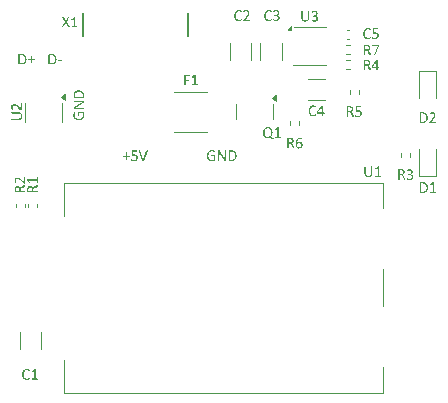
<source format=gbr>
%TF.GenerationSoftware,KiCad,Pcbnew,8.0.5*%
%TF.CreationDate,2024-11-09T17:21:21+03:00*%
%TF.ProjectId,BLR8812AF1 baseboard,424c5238-3831-4324-9146-312062617365,rev?*%
%TF.SameCoordinates,Original*%
%TF.FileFunction,Legend,Top*%
%TF.FilePolarity,Positive*%
%FSLAX46Y46*%
G04 Gerber Fmt 4.6, Leading zero omitted, Abs format (unit mm)*
G04 Created by KiCad (PCBNEW 8.0.5) date 2024-11-09 17:21:21*
%MOMM*%
%LPD*%
G01*
G04 APERTURE LIST*
%ADD10C,0.100000*%
%ADD11C,0.150000*%
%ADD12C,0.120000*%
G04 APERTURE END LIST*
D10*
G36*
X55128845Y-32126879D02*
G01*
X55179801Y-32132512D01*
X55231797Y-32143338D01*
X55268339Y-32155043D01*
X55315704Y-32176243D01*
X55357964Y-32202594D01*
X55398556Y-32237532D01*
X55401939Y-32241017D01*
X55435961Y-32282437D01*
X55461530Y-32324951D01*
X55481995Y-32372092D01*
X55483761Y-32377060D01*
X55498444Y-32428981D01*
X55507009Y-32479136D01*
X55511169Y-32532536D01*
X55511605Y-32557311D01*
X55510190Y-32606559D01*
X55505111Y-32659407D01*
X55496337Y-32708591D01*
X55482051Y-32759545D01*
X55463283Y-32805842D01*
X55437399Y-32851799D01*
X55406220Y-32891985D01*
X55395833Y-32902915D01*
X55357890Y-32935563D01*
X55314890Y-32962678D01*
X55266833Y-32984259D01*
X55256615Y-32987912D01*
X55207804Y-33001489D01*
X55153970Y-33010623D01*
X55101901Y-33015012D01*
X55060244Y-33016000D01*
X54872177Y-33016000D01*
X54842135Y-33005497D01*
X54828213Y-32967884D01*
X54828213Y-32914394D01*
X54946427Y-32914394D01*
X55067815Y-32914394D01*
X55118467Y-32912319D01*
X55168123Y-32905243D01*
X55211430Y-32893145D01*
X55255675Y-32872132D01*
X55296200Y-32841117D01*
X55308883Y-32827933D01*
X55339504Y-32785210D01*
X55361156Y-32737921D01*
X55367745Y-32717779D01*
X55378870Y-32669248D01*
X55384976Y-32620171D01*
X55387266Y-32566371D01*
X55387285Y-32560731D01*
X55384778Y-32507951D01*
X55377256Y-32458057D01*
X55369455Y-32426397D01*
X55351623Y-32378615D01*
X55324935Y-32333468D01*
X55313524Y-32318930D01*
X55276304Y-32283013D01*
X55234795Y-32256527D01*
X55217048Y-32248100D01*
X55168527Y-32232621D01*
X55115723Y-32224708D01*
X55066594Y-32222699D01*
X54946427Y-32222699D01*
X54946427Y-32914394D01*
X54828213Y-32914394D01*
X54828213Y-32173117D01*
X54842135Y-32135748D01*
X54872177Y-32125002D01*
X55073433Y-32125002D01*
X55128845Y-32126879D01*
G37*
G36*
X55953928Y-32671861D02*
G01*
X55947822Y-32708742D01*
X55929993Y-32719000D01*
X55642763Y-32719000D01*
X55624200Y-32708498D01*
X55618094Y-32671861D01*
X55624200Y-32635469D01*
X55642763Y-32625211D01*
X55929993Y-32625211D01*
X55939762Y-32627409D01*
X55947334Y-32635225D01*
X55952219Y-32649879D01*
X55953928Y-32671861D01*
G37*
G36*
X61712616Y-40789013D02*
G01*
X61710418Y-40811239D01*
X61705045Y-40826626D01*
X61696741Y-40835419D01*
X61686482Y-40838106D01*
X61461290Y-40838106D01*
X61461290Y-41082348D01*
X61458360Y-41091385D01*
X61449811Y-41097736D01*
X61434180Y-41102132D01*
X61410244Y-41103842D01*
X61386552Y-41102132D01*
X61370921Y-41097736D01*
X61362128Y-41091385D01*
X61359441Y-41082348D01*
X61359441Y-40838106D01*
X61134249Y-40838106D01*
X61123503Y-40835419D01*
X61115687Y-40826626D01*
X61110069Y-40811239D01*
X61108115Y-40789013D01*
X61110069Y-40767519D01*
X61115687Y-40752132D01*
X61123503Y-40743095D01*
X61133517Y-40740408D01*
X61359441Y-40740408D01*
X61359441Y-40483709D01*
X61362128Y-40473451D01*
X61370921Y-40465635D01*
X61386552Y-40460750D01*
X61410244Y-40459041D01*
X61434180Y-40460750D01*
X61449811Y-40465635D01*
X61458360Y-40473451D01*
X61461290Y-40483709D01*
X61461290Y-40740408D01*
X61687215Y-40740408D01*
X61696985Y-40743095D01*
X61705289Y-40752132D01*
X61710907Y-40767519D01*
X61712616Y-40789013D01*
G37*
G36*
X62387215Y-40894281D02*
G01*
X62383815Y-40946454D01*
X62372457Y-40997936D01*
X62363035Y-41023486D01*
X62338258Y-41069441D01*
X62305814Y-41108570D01*
X62295136Y-41118496D01*
X62253442Y-41148757D01*
X62208949Y-41170577D01*
X62190355Y-41177359D01*
X62142854Y-41189712D01*
X62091574Y-41196364D01*
X62055289Y-41197631D01*
X62005525Y-41195246D01*
X61977131Y-41191525D01*
X61928054Y-41181584D01*
X61911186Y-41176870D01*
X61864973Y-41160293D01*
X61863803Y-41159773D01*
X61840111Y-41146340D01*
X61832784Y-41137059D01*
X61829120Y-41127045D01*
X61826678Y-41111902D01*
X61825945Y-41089920D01*
X61826922Y-41068427D01*
X61830830Y-41053039D01*
X61837180Y-41044247D01*
X61845973Y-41041316D01*
X61867222Y-41050597D01*
X61906057Y-41070381D01*
X61953324Y-41086802D01*
X61966385Y-41090408D01*
X62016722Y-41098594D01*
X62051870Y-41099934D01*
X62101329Y-41096379D01*
X62136378Y-41088699D01*
X62182399Y-41068483D01*
X62202812Y-41053528D01*
X62235325Y-41014844D01*
X62246287Y-40993444D01*
X62259543Y-40944922D01*
X62262163Y-40905272D01*
X62256915Y-40854726D01*
X62248729Y-40828336D01*
X62221975Y-40786039D01*
X62207452Y-40772648D01*
X62164707Y-40748421D01*
X62137110Y-40739676D01*
X62087269Y-40731100D01*
X62035505Y-40728685D01*
X61985417Y-40730473D01*
X61963210Y-40732837D01*
X61913628Y-40736924D01*
X61907034Y-40736989D01*
X61879434Y-40728196D01*
X61871374Y-40694002D01*
X61871374Y-40335210D01*
X61881877Y-40301993D01*
X61912407Y-40291002D01*
X62306127Y-40291002D01*
X62316873Y-40294177D01*
X62325422Y-40303214D01*
X62330551Y-40318845D01*
X62332260Y-40341071D01*
X62325422Y-40379173D01*
X62306127Y-40392607D01*
X61974445Y-40392607D01*
X61974445Y-40639536D01*
X62023293Y-40635628D01*
X62073302Y-40634907D01*
X62081423Y-40634896D01*
X62131672Y-40637089D01*
X62181223Y-40644485D01*
X62214780Y-40653458D01*
X62260975Y-40672478D01*
X62302481Y-40699498D01*
X62309790Y-40705726D01*
X62343435Y-40743034D01*
X62367676Y-40787547D01*
X62381701Y-40834964D01*
X62387139Y-40886995D01*
X62387215Y-40894281D01*
G37*
G36*
X62943356Y-41157331D02*
G01*
X62935540Y-41169787D01*
X62922351Y-41177359D01*
X62900369Y-41181023D01*
X62867152Y-41182000D01*
X62840530Y-41181755D01*
X62820990Y-41180046D01*
X62806824Y-41176870D01*
X62797055Y-41172474D01*
X62790460Y-41166124D01*
X62786064Y-41156842D01*
X62495415Y-40336675D01*
X62489553Y-40312495D01*
X62495415Y-40298573D01*
X62515198Y-40292467D01*
X62552323Y-40291002D01*
X62582854Y-40291979D01*
X62600439Y-40295886D01*
X62609720Y-40302969D01*
X62615582Y-40314205D01*
X62870572Y-41057191D01*
X62871060Y-41057191D01*
X63119211Y-40315670D01*
X63123852Y-40303458D01*
X63133621Y-40295886D01*
X63152672Y-40291979D01*
X63185889Y-40291002D01*
X63219351Y-40292711D01*
X63236203Y-40299306D01*
X63239623Y-40313228D01*
X63233272Y-40337408D01*
X62943356Y-41157331D01*
G37*
G36*
X57063109Y-37010026D02*
G01*
X57086312Y-37011491D01*
X57102921Y-37015644D01*
X57112446Y-37022482D01*
X57115133Y-37031519D01*
X57102921Y-37058875D01*
X57079679Y-37102552D01*
X57076054Y-37110410D01*
X57057872Y-37158300D01*
X57049187Y-37187835D01*
X57040028Y-37236989D01*
X57037023Y-37286911D01*
X57036975Y-37294569D01*
X57040179Y-37343323D01*
X57050981Y-37392427D01*
X57064086Y-37426460D01*
X57089580Y-37470946D01*
X57122008Y-37509547D01*
X57139313Y-37525378D01*
X57181390Y-37555217D01*
X57225525Y-37577250D01*
X57253618Y-37587660D01*
X57304658Y-37600758D01*
X57354219Y-37607454D01*
X57396745Y-37609154D01*
X57448875Y-37606840D01*
X57501811Y-37598951D01*
X57550129Y-37585462D01*
X57597219Y-37565152D01*
X57641643Y-37537413D01*
X57662725Y-37520005D01*
X57696365Y-37483212D01*
X57722669Y-37441097D01*
X57732334Y-37419866D01*
X57747674Y-37370781D01*
X57754892Y-37322180D01*
X57756026Y-37292371D01*
X57752496Y-37243214D01*
X57746012Y-37209084D01*
X57730590Y-37160974D01*
X57715970Y-37130438D01*
X57455119Y-37130438D01*
X57455119Y-37336334D01*
X57443395Y-37353920D01*
X57406515Y-37359782D01*
X57384288Y-37358561D01*
X57368901Y-37353920D01*
X57360353Y-37346837D01*
X57357422Y-37336334D01*
X57357422Y-37053990D01*
X57360353Y-37039091D01*
X57368657Y-37025413D01*
X57383800Y-37015644D01*
X57405538Y-37012224D01*
X57745279Y-37012224D01*
X57776542Y-37018575D01*
X57799501Y-37044709D01*
X57819056Y-37090195D01*
X57821239Y-37096000D01*
X57836672Y-37144497D01*
X57841023Y-37161212D01*
X57850815Y-37210043D01*
X57853479Y-37229356D01*
X57857303Y-37278258D01*
X57857631Y-37297256D01*
X57855616Y-37347417D01*
X57848532Y-37400564D01*
X57836348Y-37450234D01*
X57825391Y-37481415D01*
X57802570Y-37529638D01*
X57774405Y-37572949D01*
X57740898Y-37611345D01*
X57733556Y-37618435D01*
X57693995Y-37650816D01*
X57649807Y-37678045D01*
X57600992Y-37700123D01*
X57590674Y-37703920D01*
X57542298Y-37718206D01*
X57490871Y-37727817D01*
X57436391Y-37732752D01*
X57404805Y-37733473D01*
X57352689Y-37731474D01*
X57303078Y-37725474D01*
X57250257Y-37713945D01*
X57211364Y-37701478D01*
X57164621Y-37681432D01*
X57121934Y-37657291D01*
X57079263Y-37625663D01*
X57063598Y-37611596D01*
X57028130Y-37572999D01*
X56998053Y-37529870D01*
X56973366Y-37482209D01*
X56969076Y-37472133D01*
X56952782Y-37424993D01*
X56941821Y-37375070D01*
X56936193Y-37322365D01*
X56935370Y-37291882D01*
X56937446Y-37242484D01*
X56943674Y-37196383D01*
X56954569Y-37146837D01*
X56963214Y-37117004D01*
X56981166Y-37071163D01*
X56987638Y-37058630D01*
X57009131Y-37026146D01*
X57029159Y-37013690D01*
X57063109Y-37010026D01*
G37*
G36*
X57791197Y-36122936D02*
G01*
X57814644Y-36127332D01*
X57830520Y-36139056D01*
X57839313Y-36155176D01*
X57842000Y-36173006D01*
X57842000Y-36210863D01*
X57838092Y-36242127D01*
X57823926Y-36267528D01*
X57796082Y-36291464D01*
X57753285Y-36316944D01*
X57751630Y-36317842D01*
X57247024Y-36598233D01*
X57201901Y-36623117D01*
X57165203Y-36642685D01*
X57120409Y-36665404D01*
X57081916Y-36683962D01*
X57081916Y-36685427D01*
X57131802Y-36684206D01*
X57182788Y-36683473D01*
X57233957Y-36682924D01*
X57284882Y-36682741D01*
X57820018Y-36682741D01*
X57829299Y-36685427D01*
X57836138Y-36694709D01*
X57840290Y-36712050D01*
X57842000Y-36738916D01*
X57840290Y-36766272D01*
X57836138Y-36783124D01*
X57829299Y-36791917D01*
X57820018Y-36794604D01*
X57001804Y-36794604D01*
X56962725Y-36779461D01*
X56951002Y-36746488D01*
X56951002Y-36690312D01*
X56954421Y-36656851D01*
X56965900Y-36632915D01*
X56987882Y-36612399D01*
X57023053Y-36590661D01*
X57412376Y-36374995D01*
X57456283Y-36350532D01*
X57481986Y-36336404D01*
X57526124Y-36312672D01*
X57548908Y-36300745D01*
X57593563Y-36277352D01*
X57613632Y-36266795D01*
X57657522Y-36243738D01*
X57677624Y-36233334D01*
X57677624Y-36232845D01*
X57626054Y-36233829D01*
X57576179Y-36234457D01*
X57565272Y-36234555D01*
X57514870Y-36234722D01*
X57462838Y-36234797D01*
X57452676Y-36234799D01*
X56972983Y-36234799D01*
X56963946Y-36232113D01*
X56956863Y-36222831D01*
X56952467Y-36205734D01*
X56951002Y-36177891D01*
X56952467Y-36151757D01*
X56956863Y-36134660D01*
X56963946Y-36125623D01*
X56972983Y-36122936D01*
X57791197Y-36122936D01*
G37*
G36*
X57432559Y-35208928D02*
G01*
X57485407Y-35214007D01*
X57534591Y-35222781D01*
X57585545Y-35237067D01*
X57631842Y-35255835D01*
X57677799Y-35281720D01*
X57717985Y-35312899D01*
X57728915Y-35323285D01*
X57761563Y-35361228D01*
X57788678Y-35404229D01*
X57810259Y-35452285D01*
X57813912Y-35462503D01*
X57827489Y-35511314D01*
X57836623Y-35565148D01*
X57841012Y-35617218D01*
X57842000Y-35658875D01*
X57842000Y-35846942D01*
X57831497Y-35876983D01*
X57793884Y-35890905D01*
X56999117Y-35890905D01*
X56961748Y-35876983D01*
X56951002Y-35846942D01*
X56951002Y-35652524D01*
X57048699Y-35652524D01*
X57048699Y-35772692D01*
X57740394Y-35772692D01*
X57740394Y-35651303D01*
X57738319Y-35600651D01*
X57731243Y-35550995D01*
X57719145Y-35507688D01*
X57698132Y-35463444D01*
X57667117Y-35422919D01*
X57653933Y-35410235D01*
X57611210Y-35379614D01*
X57563921Y-35357962D01*
X57543779Y-35351373D01*
X57495248Y-35340248D01*
X57446171Y-35334142D01*
X57392371Y-35331852D01*
X57386731Y-35331833D01*
X57333951Y-35334341D01*
X57284057Y-35341863D01*
X57252397Y-35349663D01*
X57204615Y-35367495D01*
X57159468Y-35394183D01*
X57144930Y-35405595D01*
X57109013Y-35442814D01*
X57082527Y-35484324D01*
X57074100Y-35502071D01*
X57058621Y-35550591D01*
X57050708Y-35603396D01*
X57048699Y-35652524D01*
X56951002Y-35652524D01*
X56951002Y-35645685D01*
X56952879Y-35590273D01*
X56958512Y-35539318D01*
X56969338Y-35487321D01*
X56981043Y-35450780D01*
X57002243Y-35403415D01*
X57028594Y-35361154D01*
X57063532Y-35320563D01*
X57067017Y-35317179D01*
X57108437Y-35283157D01*
X57150951Y-35257588D01*
X57198092Y-35237123D01*
X57203060Y-35235357D01*
X57254981Y-35220674D01*
X57305136Y-35212109D01*
X57358536Y-35207949D01*
X57383311Y-35207514D01*
X57432559Y-35208928D01*
G37*
G36*
X52588845Y-32116879D02*
G01*
X52639801Y-32122512D01*
X52691797Y-32133338D01*
X52728339Y-32145043D01*
X52775704Y-32166243D01*
X52817964Y-32192594D01*
X52858556Y-32227532D01*
X52861939Y-32231017D01*
X52895961Y-32272437D01*
X52921530Y-32314951D01*
X52941995Y-32362092D01*
X52943761Y-32367060D01*
X52958444Y-32418981D01*
X52967009Y-32469136D01*
X52971169Y-32522536D01*
X52971605Y-32547311D01*
X52970190Y-32596559D01*
X52965111Y-32649407D01*
X52956337Y-32698591D01*
X52942051Y-32749545D01*
X52923283Y-32795842D01*
X52897399Y-32841799D01*
X52866220Y-32881985D01*
X52855833Y-32892915D01*
X52817890Y-32925563D01*
X52774890Y-32952678D01*
X52726833Y-32974259D01*
X52716615Y-32977912D01*
X52667804Y-32991489D01*
X52613970Y-33000623D01*
X52561901Y-33005012D01*
X52520244Y-33006000D01*
X52332177Y-33006000D01*
X52302135Y-32995497D01*
X52288213Y-32957884D01*
X52288213Y-32904394D01*
X52406427Y-32904394D01*
X52527815Y-32904394D01*
X52578467Y-32902319D01*
X52628123Y-32895243D01*
X52671430Y-32883145D01*
X52715675Y-32862132D01*
X52756200Y-32831117D01*
X52768883Y-32817933D01*
X52799504Y-32775210D01*
X52821156Y-32727921D01*
X52827745Y-32707779D01*
X52838870Y-32659248D01*
X52844976Y-32610171D01*
X52847266Y-32556371D01*
X52847285Y-32550731D01*
X52844778Y-32497951D01*
X52837256Y-32448057D01*
X52829455Y-32416397D01*
X52811623Y-32368615D01*
X52784935Y-32323468D01*
X52773524Y-32308930D01*
X52736304Y-32273013D01*
X52694795Y-32246527D01*
X52677048Y-32238100D01*
X52628527Y-32222621D01*
X52575723Y-32214708D01*
X52526594Y-32212699D01*
X52406427Y-32212699D01*
X52406427Y-32904394D01*
X52288213Y-32904394D01*
X52288213Y-32163117D01*
X52302135Y-32125748D01*
X52332177Y-32115002D01*
X52533433Y-32115002D01*
X52588845Y-32116879D01*
G37*
G36*
X53683328Y-32613013D02*
G01*
X53681130Y-32635239D01*
X53675757Y-32650626D01*
X53667452Y-32659419D01*
X53657194Y-32662106D01*
X53432002Y-32662106D01*
X53432002Y-32906348D01*
X53429071Y-32915385D01*
X53420523Y-32921736D01*
X53404891Y-32926132D01*
X53380956Y-32927842D01*
X53357264Y-32926132D01*
X53341632Y-32921736D01*
X53332840Y-32915385D01*
X53330153Y-32906348D01*
X53330153Y-32662106D01*
X53104961Y-32662106D01*
X53094214Y-32659419D01*
X53086399Y-32650626D01*
X53080781Y-32635239D01*
X53078827Y-32613013D01*
X53080781Y-32591519D01*
X53086399Y-32576132D01*
X53094214Y-32567095D01*
X53104228Y-32564408D01*
X53330153Y-32564408D01*
X53330153Y-32307709D01*
X53332840Y-32297451D01*
X53341632Y-32289635D01*
X53357264Y-32284750D01*
X53380956Y-32283041D01*
X53404891Y-32284750D01*
X53420523Y-32289635D01*
X53429071Y-32297451D01*
X53432002Y-32307709D01*
X53432002Y-32564408D01*
X53657927Y-32564408D01*
X53667697Y-32567095D01*
X53676001Y-32576132D01*
X53681618Y-32591519D01*
X53683328Y-32613013D01*
G37*
G36*
X68957973Y-40403109D02*
G01*
X68956508Y-40426312D01*
X68952355Y-40442921D01*
X68945517Y-40452446D01*
X68936480Y-40455133D01*
X68909124Y-40442921D01*
X68865447Y-40419679D01*
X68857589Y-40416054D01*
X68809699Y-40397872D01*
X68780164Y-40389187D01*
X68731010Y-40380028D01*
X68681088Y-40377023D01*
X68673430Y-40376975D01*
X68624676Y-40380179D01*
X68575572Y-40390981D01*
X68541539Y-40404086D01*
X68497053Y-40429580D01*
X68458452Y-40462008D01*
X68442621Y-40479313D01*
X68412782Y-40521390D01*
X68390749Y-40565525D01*
X68380339Y-40593618D01*
X68367241Y-40644658D01*
X68360545Y-40694219D01*
X68358845Y-40736745D01*
X68361159Y-40788875D01*
X68369048Y-40841811D01*
X68382537Y-40890129D01*
X68402847Y-40937219D01*
X68430586Y-40981643D01*
X68447994Y-41002725D01*
X68484787Y-41036365D01*
X68526902Y-41062669D01*
X68548133Y-41072334D01*
X68597218Y-41087674D01*
X68645819Y-41094892D01*
X68675628Y-41096026D01*
X68724785Y-41092496D01*
X68758915Y-41086012D01*
X68807025Y-41070590D01*
X68837561Y-41055970D01*
X68837561Y-40795119D01*
X68631665Y-40795119D01*
X68614079Y-40783395D01*
X68608217Y-40746515D01*
X68609438Y-40724288D01*
X68614079Y-40708901D01*
X68621162Y-40700353D01*
X68631665Y-40697422D01*
X68914009Y-40697422D01*
X68928908Y-40700353D01*
X68942586Y-40708657D01*
X68952355Y-40723800D01*
X68955775Y-40745538D01*
X68955775Y-41085279D01*
X68949424Y-41116542D01*
X68923290Y-41139501D01*
X68877804Y-41159056D01*
X68872000Y-41161239D01*
X68823502Y-41176672D01*
X68806787Y-41181023D01*
X68757956Y-41190815D01*
X68738643Y-41193479D01*
X68689741Y-41197303D01*
X68670743Y-41197631D01*
X68620582Y-41195616D01*
X68567435Y-41188532D01*
X68517765Y-41176348D01*
X68486584Y-41165391D01*
X68438361Y-41142570D01*
X68395050Y-41114405D01*
X68356654Y-41080898D01*
X68349564Y-41073556D01*
X68317183Y-41033995D01*
X68289954Y-40989807D01*
X68267876Y-40940992D01*
X68264079Y-40930674D01*
X68249793Y-40882298D01*
X68240182Y-40830871D01*
X68235247Y-40776391D01*
X68234526Y-40744805D01*
X68236525Y-40692689D01*
X68242525Y-40643078D01*
X68254054Y-40590257D01*
X68266521Y-40551364D01*
X68286567Y-40504621D01*
X68310708Y-40461934D01*
X68342336Y-40419263D01*
X68356403Y-40403598D01*
X68395000Y-40368130D01*
X68438129Y-40338053D01*
X68485790Y-40313366D01*
X68495866Y-40309076D01*
X68543006Y-40292782D01*
X68592929Y-40281821D01*
X68645634Y-40276193D01*
X68676117Y-40275370D01*
X68725515Y-40277446D01*
X68771616Y-40283674D01*
X68821162Y-40294569D01*
X68850995Y-40303214D01*
X68896836Y-40321166D01*
X68909369Y-40327638D01*
X68941853Y-40349131D01*
X68954309Y-40369159D01*
X68957973Y-40403109D01*
G37*
G36*
X69845063Y-41131197D02*
G01*
X69840667Y-41154644D01*
X69828943Y-41170520D01*
X69812823Y-41179313D01*
X69794993Y-41182000D01*
X69757136Y-41182000D01*
X69725872Y-41178092D01*
X69700471Y-41163926D01*
X69676535Y-41136082D01*
X69651055Y-41093285D01*
X69650157Y-41091630D01*
X69369766Y-40587024D01*
X69344882Y-40541901D01*
X69325314Y-40505203D01*
X69302595Y-40460409D01*
X69284037Y-40421916D01*
X69282572Y-40421916D01*
X69283793Y-40471802D01*
X69284526Y-40522788D01*
X69285075Y-40573957D01*
X69285258Y-40624882D01*
X69285258Y-41160018D01*
X69282572Y-41169299D01*
X69273290Y-41176138D01*
X69255949Y-41180290D01*
X69229083Y-41182000D01*
X69201727Y-41180290D01*
X69184875Y-41176138D01*
X69176082Y-41169299D01*
X69173395Y-41160018D01*
X69173395Y-40341804D01*
X69188538Y-40302725D01*
X69221511Y-40291002D01*
X69277687Y-40291002D01*
X69311148Y-40294421D01*
X69335084Y-40305900D01*
X69355600Y-40327882D01*
X69377338Y-40363053D01*
X69593004Y-40752376D01*
X69617467Y-40796283D01*
X69631595Y-40821986D01*
X69655327Y-40866124D01*
X69667254Y-40888908D01*
X69690647Y-40933563D01*
X69701204Y-40953632D01*
X69724261Y-40997522D01*
X69734665Y-41017624D01*
X69735154Y-41017624D01*
X69734170Y-40966054D01*
X69733542Y-40916179D01*
X69733444Y-40905272D01*
X69733277Y-40854870D01*
X69733202Y-40802838D01*
X69733200Y-40792676D01*
X69733200Y-40312983D01*
X69735886Y-40303946D01*
X69745168Y-40296863D01*
X69762265Y-40292467D01*
X69790108Y-40291002D01*
X69816242Y-40292467D01*
X69833339Y-40296863D01*
X69842376Y-40303946D01*
X69845063Y-40312983D01*
X69845063Y-41131197D01*
G37*
G36*
X70377726Y-40292879D02*
G01*
X70428681Y-40298512D01*
X70480678Y-40309338D01*
X70517219Y-40321043D01*
X70564584Y-40342243D01*
X70606845Y-40368594D01*
X70647436Y-40403532D01*
X70650820Y-40407017D01*
X70684842Y-40448437D01*
X70710411Y-40490951D01*
X70730876Y-40538092D01*
X70732642Y-40543060D01*
X70747325Y-40594981D01*
X70755890Y-40645136D01*
X70760050Y-40698536D01*
X70760485Y-40723311D01*
X70759071Y-40772559D01*
X70753992Y-40825407D01*
X70745218Y-40874591D01*
X70730932Y-40925545D01*
X70712164Y-40971842D01*
X70686279Y-41017799D01*
X70655100Y-41057985D01*
X70644714Y-41068915D01*
X70606771Y-41101563D01*
X70563770Y-41128678D01*
X70515714Y-41150259D01*
X70505496Y-41153912D01*
X70456685Y-41167489D01*
X70402851Y-41176623D01*
X70350781Y-41181012D01*
X70309124Y-41182000D01*
X70121057Y-41182000D01*
X70091016Y-41171497D01*
X70077094Y-41133884D01*
X70077094Y-41080394D01*
X70195307Y-41080394D01*
X70316696Y-41080394D01*
X70367348Y-41078319D01*
X70417004Y-41071243D01*
X70460311Y-41059145D01*
X70504555Y-41038132D01*
X70545080Y-41007117D01*
X70557764Y-40993933D01*
X70588385Y-40951210D01*
X70610037Y-40903921D01*
X70616626Y-40883779D01*
X70627751Y-40835248D01*
X70633857Y-40786171D01*
X70636147Y-40732371D01*
X70636166Y-40726731D01*
X70633658Y-40673951D01*
X70626136Y-40624057D01*
X70618336Y-40592397D01*
X70600504Y-40544615D01*
X70573816Y-40499468D01*
X70562404Y-40484930D01*
X70525185Y-40449013D01*
X70483675Y-40422527D01*
X70465928Y-40414100D01*
X70417408Y-40398621D01*
X70364603Y-40390708D01*
X70315475Y-40388699D01*
X70195307Y-40388699D01*
X70195307Y-41080394D01*
X70077094Y-41080394D01*
X70077094Y-40339117D01*
X70091016Y-40301748D01*
X70121057Y-40291002D01*
X70322314Y-40291002D01*
X70377726Y-40292879D01*
G37*
G36*
X56612539Y-29834593D02*
G01*
X56623285Y-29858529D01*
X56618645Y-29872451D01*
X56598373Y-29879290D01*
X56561003Y-29881000D01*
X56526565Y-29880023D01*
X56507026Y-29876359D01*
X56496035Y-29869764D01*
X56489685Y-29859750D01*
X56291848Y-29508529D01*
X56091813Y-29859750D01*
X56084241Y-29870253D01*
X56073006Y-29876603D01*
X56053467Y-29880023D01*
X56020494Y-29881000D01*
X55984590Y-29879290D01*
X55966516Y-29872451D01*
X55963097Y-29858529D01*
X55973844Y-29834593D01*
X56216133Y-29428662D01*
X55984835Y-29036408D01*
X55974088Y-29012228D01*
X55977019Y-28997817D01*
X55996314Y-28991467D01*
X56034172Y-28990002D01*
X56067877Y-28990979D01*
X56088394Y-28994398D01*
X56099384Y-29001237D01*
X56106956Y-29011251D01*
X56297954Y-29341467D01*
X56487486Y-29011251D01*
X56494325Y-29001237D01*
X56504339Y-28994398D01*
X56522657Y-28990979D01*
X56554165Y-28990002D01*
X56588847Y-28991711D01*
X56608142Y-28998306D01*
X56612539Y-29012228D01*
X56603013Y-29036408D01*
X56372204Y-29425975D01*
X56612539Y-29834593D01*
G37*
G36*
X57291045Y-29832884D02*
G01*
X57288847Y-29855598D01*
X57283474Y-29870497D01*
X57275658Y-29878557D01*
X57266377Y-29881000D01*
X56802071Y-29881000D01*
X56793034Y-29878557D01*
X56784974Y-29870497D01*
X56779112Y-29855598D01*
X56777158Y-29832884D01*
X56779112Y-29810902D01*
X56784486Y-29795759D01*
X56792057Y-29786478D01*
X56802071Y-29783302D01*
X56987451Y-29783302D01*
X56987451Y-29115054D01*
X56815749Y-29224475D01*
X56794744Y-29233023D01*
X56782043Y-29229848D01*
X56775449Y-29214705D01*
X56773739Y-29187594D01*
X56774716Y-29166833D01*
X56777891Y-29152667D01*
X56783753Y-29142898D01*
X56793767Y-29134349D01*
X56998442Y-28998550D01*
X57005281Y-28995131D01*
X57015539Y-28992200D01*
X57029950Y-28990490D01*
X57050710Y-28990002D01*
X57078066Y-28991467D01*
X57095163Y-28995131D01*
X57103467Y-29001237D01*
X57105665Y-29009053D01*
X57105665Y-29783302D01*
X57266377Y-29783302D01*
X57276635Y-29786478D01*
X57284451Y-29795759D01*
X57289336Y-29810902D01*
X57291045Y-29832884D01*
G37*
G36*
X82248903Y-42214935D02*
G01*
X82246590Y-42263922D01*
X82238700Y-42313896D01*
X82225212Y-42359771D01*
X82204592Y-42404651D01*
X82175821Y-42447069D01*
X82157557Y-42467238D01*
X82118652Y-42499452D01*
X82073378Y-42524651D01*
X82050334Y-42533916D01*
X82000634Y-42547758D01*
X81950792Y-42554834D01*
X81906963Y-42556631D01*
X81857950Y-42554120D01*
X81807970Y-42545654D01*
X81772874Y-42535382D01*
X81726639Y-42514771D01*
X81685967Y-42487469D01*
X81669071Y-42472612D01*
X81637211Y-42435251D01*
X81611881Y-42391037D01*
X81602393Y-42368320D01*
X81588253Y-42318712D01*
X81581025Y-42268471D01*
X81579190Y-42223972D01*
X81579190Y-41671983D01*
X81581876Y-41662458D01*
X81591646Y-41655863D01*
X81609476Y-41651711D01*
X81638296Y-41650002D01*
X81666384Y-41651711D01*
X81684702Y-41655863D01*
X81693984Y-41662458D01*
X81696670Y-41671983D01*
X81696670Y-42209073D01*
X81699569Y-42260151D01*
X81709107Y-42308236D01*
X81711813Y-42317029D01*
X81733023Y-42363818D01*
X81755289Y-42393477D01*
X81793270Y-42424479D01*
X81823921Y-42439639D01*
X81872427Y-42452081D01*
X81914535Y-42455026D01*
X81966051Y-42450752D01*
X82006126Y-42439883D01*
X82049505Y-42416648D01*
X82074026Y-42394698D01*
X82102440Y-42353653D01*
X82116524Y-42319715D01*
X82127698Y-42271294D01*
X82131408Y-42219134D01*
X82131423Y-42215424D01*
X82131423Y-41671983D01*
X82134109Y-41662458D01*
X82143879Y-41655863D01*
X82161953Y-41651711D01*
X82190529Y-41650002D01*
X82218373Y-41651711D01*
X82236203Y-41655863D01*
X82245728Y-41662458D01*
X82248903Y-41671983D01*
X82248903Y-42214935D01*
G37*
G36*
X82997019Y-42492884D02*
G01*
X82994821Y-42515598D01*
X82989448Y-42530497D01*
X82981632Y-42538557D01*
X82972351Y-42541000D01*
X82508045Y-42541000D01*
X82499008Y-42538557D01*
X82490948Y-42530497D01*
X82485086Y-42515598D01*
X82483132Y-42492884D01*
X82485086Y-42470902D01*
X82490460Y-42455759D01*
X82498031Y-42446478D01*
X82508045Y-42443302D01*
X82693425Y-42443302D01*
X82693425Y-41775054D01*
X82521723Y-41884475D01*
X82500718Y-41893023D01*
X82488017Y-41889848D01*
X82481423Y-41874705D01*
X82479713Y-41847594D01*
X82480690Y-41826833D01*
X82483865Y-41812667D01*
X82489727Y-41802898D01*
X82499741Y-41794349D01*
X82704416Y-41658550D01*
X82711255Y-41655131D01*
X82721513Y-41652200D01*
X82735924Y-41650490D01*
X82756684Y-41650002D01*
X82784040Y-41651467D01*
X82801137Y-41655131D01*
X82809441Y-41661237D01*
X82811639Y-41669053D01*
X82811639Y-42443302D01*
X82972351Y-42443302D01*
X82982609Y-42446478D01*
X82990425Y-42455759D01*
X82995310Y-42470902D01*
X82997019Y-42492884D01*
G37*
D11*
G36*
X76916403Y-29045735D02*
G01*
X76914090Y-29094722D01*
X76906200Y-29144696D01*
X76892712Y-29190571D01*
X76872092Y-29235451D01*
X76843321Y-29277869D01*
X76825057Y-29298038D01*
X76786152Y-29330252D01*
X76740878Y-29355451D01*
X76717834Y-29364716D01*
X76668134Y-29378558D01*
X76618292Y-29385634D01*
X76574463Y-29387431D01*
X76525450Y-29384920D01*
X76475470Y-29376454D01*
X76440374Y-29366182D01*
X76394139Y-29345571D01*
X76353467Y-29318269D01*
X76336571Y-29303412D01*
X76304711Y-29266051D01*
X76279381Y-29221837D01*
X76269893Y-29199120D01*
X76255753Y-29149512D01*
X76248525Y-29099271D01*
X76246690Y-29054772D01*
X76246690Y-28502783D01*
X76249376Y-28493258D01*
X76259146Y-28486663D01*
X76276976Y-28482511D01*
X76305796Y-28480802D01*
X76333884Y-28482511D01*
X76352202Y-28486663D01*
X76361484Y-28493258D01*
X76364170Y-28502783D01*
X76364170Y-29039873D01*
X76367069Y-29090951D01*
X76376607Y-29139036D01*
X76379313Y-29147829D01*
X76400523Y-29194618D01*
X76422789Y-29224277D01*
X76460770Y-29255279D01*
X76491421Y-29270439D01*
X76539927Y-29282881D01*
X76582035Y-29285826D01*
X76633551Y-29281552D01*
X76673626Y-29270683D01*
X76717005Y-29247448D01*
X76741526Y-29225498D01*
X76769940Y-29184453D01*
X76784024Y-29150515D01*
X76795198Y-29102094D01*
X76798908Y-29049934D01*
X76798923Y-29046224D01*
X76798923Y-28502783D01*
X76801609Y-28493258D01*
X76811379Y-28486663D01*
X76829453Y-28482511D01*
X76858029Y-28480802D01*
X76885873Y-28482511D01*
X76903703Y-28486663D01*
X76913228Y-28493258D01*
X76916403Y-28502783D01*
X76916403Y-29045735D01*
G37*
G36*
X77655727Y-29119985D02*
G01*
X77651613Y-29171169D01*
X77638074Y-29221029D01*
X77634233Y-29230383D01*
X77610233Y-29273348D01*
X77578076Y-29310196D01*
X77573172Y-29314647D01*
X77531770Y-29343902D01*
X77485769Y-29364913D01*
X77474987Y-29368624D01*
X77425059Y-29380801D01*
X77374535Y-29386531D01*
X77343096Y-29387431D01*
X77292085Y-29384762D01*
X77259565Y-29379860D01*
X77210208Y-29368399D01*
X77190444Y-29362274D01*
X77144217Y-29343079D01*
X77140374Y-29341025D01*
X77115461Y-29325149D01*
X77107401Y-29315379D01*
X77102517Y-29303167D01*
X77099586Y-29285826D01*
X77098609Y-29260669D01*
X77103249Y-29225498D01*
X77117171Y-29215484D01*
X77141351Y-29227208D01*
X77184499Y-29250907D01*
X77188002Y-29252609D01*
X77234001Y-29271261D01*
X77254680Y-29278010D01*
X77303143Y-29287799D01*
X77339676Y-29289734D01*
X77389663Y-29285601D01*
X77419299Y-29278010D01*
X77464637Y-29255067D01*
X77476941Y-29245037D01*
X77507303Y-29205348D01*
X77512112Y-29194723D01*
X77523274Y-29145797D01*
X77523835Y-29130976D01*
X77516793Y-29082616D01*
X77508937Y-29063077D01*
X77479124Y-29022319D01*
X77465706Y-29010809D01*
X77422624Y-28986375D01*
X77395608Y-28977103D01*
X77345264Y-28967623D01*
X77301086Y-28965379D01*
X77216578Y-28965379D01*
X77206075Y-28962937D01*
X77197038Y-28955121D01*
X77190932Y-28940711D01*
X77188490Y-28917019D01*
X77190444Y-28895526D01*
X77196306Y-28881604D01*
X77204854Y-28874033D01*
X77216089Y-28871590D01*
X77293514Y-28871590D01*
X77344103Y-28867371D01*
X77374847Y-28859622D01*
X77419356Y-28838202D01*
X77436152Y-28825184D01*
X77467156Y-28786670D01*
X77474498Y-28771695D01*
X77486869Y-28722969D01*
X77487932Y-28701841D01*
X77480510Y-28652938D01*
X77478895Y-28648108D01*
X77453378Y-28604838D01*
X77452272Y-28603656D01*
X77411732Y-28575946D01*
X77406599Y-28573858D01*
X77357876Y-28563393D01*
X77342363Y-28562867D01*
X77292845Y-28568021D01*
X77269090Y-28574835D01*
X77223249Y-28593382D01*
X77209739Y-28599992D01*
X77166508Y-28625393D01*
X77142572Y-28637117D01*
X77133780Y-28635407D01*
X77127674Y-28628569D01*
X77124254Y-28614402D01*
X77123277Y-28589978D01*
X77124010Y-28571904D01*
X77126697Y-28558471D01*
X77131337Y-28547724D01*
X77140618Y-28536489D01*
X77167241Y-28517682D01*
X77210963Y-28495748D01*
X77216334Y-28493502D01*
X77263008Y-28478317D01*
X77283745Y-28473474D01*
X77333662Y-28466338D01*
X77365810Y-28465170D01*
X77416981Y-28468256D01*
X77465374Y-28478409D01*
X77474254Y-28481290D01*
X77519477Y-28501949D01*
X77552168Y-28526475D01*
X77583696Y-28565327D01*
X77598818Y-28596573D01*
X77611458Y-28645242D01*
X77614450Y-28686943D01*
X77610156Y-28737985D01*
X77603459Y-28766321D01*
X77583497Y-28812551D01*
X77571219Y-28831046D01*
X77535626Y-28867483D01*
X77518951Y-28879406D01*
X77474136Y-28900113D01*
X77447387Y-28906761D01*
X77447387Y-28908227D01*
X77496769Y-28917775D01*
X77531651Y-28931185D01*
X77575081Y-28957709D01*
X77597108Y-28977103D01*
X77628073Y-29017109D01*
X77640095Y-29041339D01*
X77653528Y-29089233D01*
X77655727Y-29119985D01*
G37*
G36*
X53246080Y-59583628D02*
G01*
X53245347Y-59602924D01*
X53242905Y-59617334D01*
X53238509Y-59628325D01*
X53228739Y-59639560D01*
X53199918Y-59659099D01*
X53155173Y-59681008D01*
X53145208Y-59684989D01*
X53098365Y-59699871D01*
X53070470Y-59706238D01*
X53020461Y-59713348D01*
X52978146Y-59715031D01*
X52925729Y-59712193D01*
X52876556Y-59703678D01*
X52826212Y-59687754D01*
X52821830Y-59685966D01*
X52776369Y-59662555D01*
X52735699Y-59632621D01*
X52702884Y-59599748D01*
X52671817Y-59557310D01*
X52648232Y-59513270D01*
X52629084Y-59464030D01*
X52627413Y-59458820D01*
X52614662Y-59409569D01*
X52606084Y-59356338D01*
X52601962Y-59305681D01*
X52601035Y-59265624D01*
X52602806Y-59211204D01*
X52608118Y-59159806D01*
X52616972Y-59111431D01*
X52629367Y-59066078D01*
X52647257Y-59018881D01*
X52671395Y-58971426D01*
X52700018Y-58929217D01*
X52709479Y-58917578D01*
X52743668Y-58882382D01*
X52785849Y-58850169D01*
X52832821Y-58824766D01*
X52879204Y-58807893D01*
X52928591Y-58797269D01*
X52980984Y-58792895D01*
X52991823Y-58792770D01*
X53041527Y-58796136D01*
X53066806Y-58800586D01*
X53114190Y-58813075D01*
X53133973Y-58820125D01*
X53179702Y-58841756D01*
X53188927Y-58847480D01*
X53222389Y-58872882D01*
X53234357Y-58887536D01*
X53238753Y-58899016D01*
X53241440Y-58914403D01*
X53242661Y-58935652D01*
X53241195Y-58959344D01*
X53237043Y-58975464D01*
X53230449Y-58985233D01*
X53221412Y-58988164D01*
X53194545Y-58973510D01*
X53155132Y-58944541D01*
X53150093Y-58941270D01*
X53105064Y-58917505D01*
X53084147Y-58909030D01*
X53035710Y-58897180D01*
X52991091Y-58894375D01*
X52941429Y-58899003D01*
X52892786Y-58914234D01*
X52883624Y-58918555D01*
X52841345Y-58946040D01*
X52805185Y-58983613D01*
X52800825Y-58989386D01*
X52773804Y-59034178D01*
X52753904Y-59082888D01*
X52747581Y-59103447D01*
X52736873Y-59152072D01*
X52730610Y-59205257D01*
X52728774Y-59257564D01*
X52730539Y-59309342D01*
X52736558Y-59361779D01*
X52746848Y-59409483D01*
X52762785Y-59455920D01*
X52786934Y-59502456D01*
X52799116Y-59519881D01*
X52834325Y-59556603D01*
X52876296Y-59583880D01*
X52882403Y-59586804D01*
X52931729Y-59603107D01*
X52982900Y-59609318D01*
X52994510Y-59609518D01*
X53044091Y-59606526D01*
X53086834Y-59597550D01*
X53133717Y-59580365D01*
X53154245Y-59570439D01*
X53196487Y-59545842D01*
X53199918Y-59543573D01*
X53228250Y-59531360D01*
X53236310Y-59533559D01*
X53241684Y-59541374D01*
X53244859Y-59557494D01*
X53246080Y-59583628D01*
G37*
G36*
X53917504Y-59651284D02*
G01*
X53915306Y-59673998D01*
X53909932Y-59688897D01*
X53902116Y-59696957D01*
X53892835Y-59699400D01*
X53428530Y-59699400D01*
X53419493Y-59696957D01*
X53411433Y-59688897D01*
X53405571Y-59673998D01*
X53403617Y-59651284D01*
X53405571Y-59629302D01*
X53410944Y-59614159D01*
X53418516Y-59604878D01*
X53428530Y-59601702D01*
X53613910Y-59601702D01*
X53613910Y-58933454D01*
X53442207Y-59042875D01*
X53421202Y-59051423D01*
X53408502Y-59048248D01*
X53401907Y-59033105D01*
X53400197Y-59005994D01*
X53401174Y-58985233D01*
X53404350Y-58971067D01*
X53410211Y-58961298D01*
X53420225Y-58952749D01*
X53624901Y-58816950D01*
X53631740Y-58813531D01*
X53641998Y-58810600D01*
X53656408Y-58808890D01*
X53677169Y-58808402D01*
X53704524Y-58809867D01*
X53721621Y-58813531D01*
X53729925Y-58819637D01*
X53732123Y-58827453D01*
X53732123Y-59601702D01*
X53892835Y-59601702D01*
X53903093Y-59604878D01*
X53910909Y-59614159D01*
X53915794Y-59629302D01*
X53917504Y-59651284D01*
G37*
D10*
G36*
X82125880Y-30729228D02*
G01*
X82125147Y-30748524D01*
X82122705Y-30762934D01*
X82118309Y-30773925D01*
X82108539Y-30785160D01*
X82079718Y-30804699D01*
X82034973Y-30826608D01*
X82025008Y-30830589D01*
X81978165Y-30845471D01*
X81950270Y-30851838D01*
X81900261Y-30858948D01*
X81857946Y-30860631D01*
X81805529Y-30857793D01*
X81756356Y-30849278D01*
X81706012Y-30833354D01*
X81701630Y-30831566D01*
X81656169Y-30808155D01*
X81615499Y-30778221D01*
X81582684Y-30745348D01*
X81551617Y-30702910D01*
X81528032Y-30658870D01*
X81508884Y-30609630D01*
X81507213Y-30604420D01*
X81494462Y-30555169D01*
X81485884Y-30501938D01*
X81481762Y-30451281D01*
X81480835Y-30411224D01*
X81482606Y-30356804D01*
X81487918Y-30305406D01*
X81496772Y-30257031D01*
X81509167Y-30211678D01*
X81527057Y-30164481D01*
X81551195Y-30117026D01*
X81579818Y-30074817D01*
X81589279Y-30063178D01*
X81623468Y-30027982D01*
X81665649Y-29995769D01*
X81712621Y-29970366D01*
X81759004Y-29953493D01*
X81808391Y-29942869D01*
X81860784Y-29938495D01*
X81871623Y-29938370D01*
X81921327Y-29941736D01*
X81946606Y-29946186D01*
X81993990Y-29958675D01*
X82013773Y-29965725D01*
X82059502Y-29987356D01*
X82068727Y-29993080D01*
X82102189Y-30018482D01*
X82114157Y-30033136D01*
X82118553Y-30044616D01*
X82121240Y-30060003D01*
X82122461Y-30081252D01*
X82120995Y-30104944D01*
X82116843Y-30121064D01*
X82110249Y-30130833D01*
X82101212Y-30133764D01*
X82074345Y-30119110D01*
X82034932Y-30090141D01*
X82029893Y-30086870D01*
X81984864Y-30063105D01*
X81963947Y-30054630D01*
X81915510Y-30042780D01*
X81870891Y-30039975D01*
X81821229Y-30044603D01*
X81772586Y-30059834D01*
X81763424Y-30064155D01*
X81721145Y-30091640D01*
X81684985Y-30129213D01*
X81680625Y-30134986D01*
X81653604Y-30179778D01*
X81633704Y-30228488D01*
X81627381Y-30249047D01*
X81616673Y-30297672D01*
X81610410Y-30350857D01*
X81608574Y-30403164D01*
X81610339Y-30454942D01*
X81616358Y-30507379D01*
X81626648Y-30555083D01*
X81642585Y-30601520D01*
X81666734Y-30648056D01*
X81678916Y-30665481D01*
X81714125Y-30702203D01*
X81756096Y-30729480D01*
X81762203Y-30732404D01*
X81811529Y-30748707D01*
X81862700Y-30754918D01*
X81874310Y-30755118D01*
X81923891Y-30752126D01*
X81966634Y-30743150D01*
X82013517Y-30725965D01*
X82034045Y-30716039D01*
X82076287Y-30691442D01*
X82079718Y-30689173D01*
X82108050Y-30676960D01*
X82116110Y-30679159D01*
X82121484Y-30686974D01*
X82124659Y-30703094D01*
X82125880Y-30729228D01*
G37*
G36*
X82791198Y-30557281D02*
G01*
X82787797Y-30609454D01*
X82776439Y-30660936D01*
X82767018Y-30686486D01*
X82742240Y-30732441D01*
X82709796Y-30771570D01*
X82699118Y-30781496D01*
X82657424Y-30811757D01*
X82612932Y-30833577D01*
X82594338Y-30840359D01*
X82546837Y-30852712D01*
X82495557Y-30859364D01*
X82459272Y-30860631D01*
X82409507Y-30858246D01*
X82381114Y-30854525D01*
X82332037Y-30844584D01*
X82315168Y-30839870D01*
X82268955Y-30823293D01*
X82267785Y-30822773D01*
X82244094Y-30809340D01*
X82236766Y-30800059D01*
X82233103Y-30790045D01*
X82230660Y-30774902D01*
X82229928Y-30752920D01*
X82230905Y-30731427D01*
X82234812Y-30716039D01*
X82241163Y-30707247D01*
X82249956Y-30704316D01*
X82271205Y-30713597D01*
X82310039Y-30733381D01*
X82357307Y-30749802D01*
X82370367Y-30753408D01*
X82420704Y-30761594D01*
X82455852Y-30762934D01*
X82505311Y-30759379D01*
X82540360Y-30751699D01*
X82586382Y-30731483D01*
X82606794Y-30716528D01*
X82639307Y-30677844D01*
X82650270Y-30656444D01*
X82663525Y-30607922D01*
X82666145Y-30568272D01*
X82660898Y-30517726D01*
X82652712Y-30491336D01*
X82625957Y-30449039D01*
X82611435Y-30435648D01*
X82568689Y-30411421D01*
X82541093Y-30402676D01*
X82491251Y-30394100D01*
X82439488Y-30391685D01*
X82389399Y-30393473D01*
X82367192Y-30395837D01*
X82317611Y-30399924D01*
X82311016Y-30399989D01*
X82283417Y-30391196D01*
X82275357Y-30357002D01*
X82275357Y-29998210D01*
X82285859Y-29964993D01*
X82316390Y-29954002D01*
X82710109Y-29954002D01*
X82720856Y-29957177D01*
X82729404Y-29966214D01*
X82734533Y-29981845D01*
X82736243Y-30004071D01*
X82729404Y-30042173D01*
X82710109Y-30055607D01*
X82378427Y-30055607D01*
X82378427Y-30302536D01*
X82427276Y-30298628D01*
X82477285Y-30297907D01*
X82485406Y-30297896D01*
X82535655Y-30300089D01*
X82585206Y-30307485D01*
X82618762Y-30316458D01*
X82664958Y-30335478D01*
X82706463Y-30362498D01*
X82713773Y-30368726D01*
X82747417Y-30406034D01*
X82771658Y-30450547D01*
X82785683Y-30497964D01*
X82791121Y-30549995D01*
X82791198Y-30557281D01*
G37*
G36*
X53918743Y-43234689D02*
G01*
X53925826Y-43243482D01*
X53929978Y-43262777D01*
X53931200Y-43295749D01*
X53929978Y-43325059D01*
X53925338Y-43343133D01*
X53916789Y-43353879D01*
X53902867Y-43360230D01*
X53692330Y-43442051D01*
X53645733Y-43462327D01*
X53626384Y-43471849D01*
X53584513Y-43499618D01*
X53574605Y-43508729D01*
X53545731Y-43548257D01*
X53540899Y-43558799D01*
X53529451Y-43608625D01*
X53528687Y-43628164D01*
X53528687Y-43707054D01*
X53909218Y-43707054D01*
X53918743Y-43710230D01*
X53925338Y-43719999D01*
X53929490Y-43737829D01*
X53931200Y-43766161D01*
X53929490Y-43794738D01*
X53925338Y-43813056D01*
X53918987Y-43822581D01*
X53909218Y-43825268D01*
X53088073Y-43825268D01*
X53050948Y-43811346D01*
X53040202Y-43781304D01*
X53040202Y-43607648D01*
X53137899Y-43607648D01*
X53137899Y-43707054D01*
X53430990Y-43707054D01*
X53430990Y-43591772D01*
X53427115Y-43540852D01*
X53419999Y-43511172D01*
X53398338Y-43466475D01*
X53388980Y-43454507D01*
X53348936Y-43423920D01*
X53342330Y-43421046D01*
X53293515Y-43410562D01*
X53283712Y-43410299D01*
X53233955Y-43416917D01*
X53197494Y-43433747D01*
X53163989Y-43470094D01*
X53146691Y-43512149D01*
X53140097Y-43550983D01*
X53137918Y-43601173D01*
X53137899Y-43607648D01*
X53040202Y-43607648D01*
X53040202Y-43592505D01*
X53041511Y-43542309D01*
X53041911Y-43536573D01*
X53045575Y-43496273D01*
X53056932Y-43447791D01*
X53073419Y-43405415D01*
X53099658Y-43362906D01*
X53121779Y-43338980D01*
X53161659Y-43310740D01*
X53188701Y-43298925D01*
X53238866Y-43287380D01*
X53271988Y-43285491D01*
X53321213Y-43289710D01*
X53351123Y-43297459D01*
X53395337Y-43318995D01*
X53412916Y-43332142D01*
X53447878Y-43369336D01*
X53459567Y-43386364D01*
X53482688Y-43431083D01*
X53492784Y-43457194D01*
X53517452Y-43417382D01*
X53552867Y-43383921D01*
X53595711Y-43357436D01*
X53600739Y-43354856D01*
X53645023Y-43334111D01*
X53661555Y-43327257D01*
X53858659Y-43247634D01*
X53893586Y-43235421D01*
X53908973Y-43232491D01*
X53918743Y-43234689D01*
G37*
G36*
X53883084Y-42546657D02*
G01*
X53905798Y-42548855D01*
X53920697Y-42554228D01*
X53928757Y-42562044D01*
X53931200Y-42571325D01*
X53931200Y-43035631D01*
X53928757Y-43044668D01*
X53920697Y-43052728D01*
X53905798Y-43058590D01*
X53883084Y-43060544D01*
X53861102Y-43058590D01*
X53845959Y-43053216D01*
X53836678Y-43045645D01*
X53833502Y-43035631D01*
X53833502Y-42850251D01*
X53165254Y-42850251D01*
X53274675Y-43021953D01*
X53283223Y-43042958D01*
X53280048Y-43055659D01*
X53264905Y-43062253D01*
X53237794Y-43063963D01*
X53217033Y-43062986D01*
X53202867Y-43059811D01*
X53193098Y-43053949D01*
X53184549Y-43043935D01*
X53048750Y-42839260D01*
X53045331Y-42832421D01*
X53042400Y-42822163D01*
X53040690Y-42807752D01*
X53040202Y-42786992D01*
X53041667Y-42759636D01*
X53045331Y-42742539D01*
X53051437Y-42734235D01*
X53059253Y-42732037D01*
X53833502Y-42732037D01*
X53833502Y-42571325D01*
X53836678Y-42561067D01*
X53845959Y-42553251D01*
X53861102Y-42548366D01*
X53883084Y-42546657D01*
G37*
G36*
X52858743Y-43234689D02*
G01*
X52865826Y-43243482D01*
X52869978Y-43262777D01*
X52871200Y-43295749D01*
X52869978Y-43325059D01*
X52865338Y-43343133D01*
X52856789Y-43353879D01*
X52842867Y-43360230D01*
X52632330Y-43442051D01*
X52585733Y-43462327D01*
X52566384Y-43471849D01*
X52524513Y-43499618D01*
X52514605Y-43508729D01*
X52485731Y-43548257D01*
X52480899Y-43558799D01*
X52469451Y-43608625D01*
X52468687Y-43628164D01*
X52468687Y-43707054D01*
X52849218Y-43707054D01*
X52858743Y-43710230D01*
X52865338Y-43719999D01*
X52869490Y-43737829D01*
X52871200Y-43766161D01*
X52869490Y-43794738D01*
X52865338Y-43813056D01*
X52858987Y-43822581D01*
X52849218Y-43825268D01*
X52028073Y-43825268D01*
X51990948Y-43811346D01*
X51980202Y-43781304D01*
X51980202Y-43607648D01*
X52077899Y-43607648D01*
X52077899Y-43707054D01*
X52370990Y-43707054D01*
X52370990Y-43591772D01*
X52367115Y-43540852D01*
X52359999Y-43511172D01*
X52338338Y-43466475D01*
X52328980Y-43454507D01*
X52288936Y-43423920D01*
X52282330Y-43421046D01*
X52233515Y-43410562D01*
X52223712Y-43410299D01*
X52173955Y-43416917D01*
X52137494Y-43433747D01*
X52103989Y-43470094D01*
X52086691Y-43512149D01*
X52080097Y-43550983D01*
X52077918Y-43601173D01*
X52077899Y-43607648D01*
X51980202Y-43607648D01*
X51980202Y-43592505D01*
X51981511Y-43542309D01*
X51981911Y-43536573D01*
X51985575Y-43496273D01*
X51996932Y-43447791D01*
X52013419Y-43405415D01*
X52039658Y-43362906D01*
X52061779Y-43338980D01*
X52101659Y-43310740D01*
X52128701Y-43298925D01*
X52178866Y-43287380D01*
X52211988Y-43285491D01*
X52261213Y-43289710D01*
X52291123Y-43297459D01*
X52335337Y-43318995D01*
X52352916Y-43332142D01*
X52387878Y-43369336D01*
X52399567Y-43386364D01*
X52422688Y-43431083D01*
X52432784Y-43457194D01*
X52457452Y-43417382D01*
X52492867Y-43383921D01*
X52535711Y-43357436D01*
X52540739Y-43354856D01*
X52585023Y-43334111D01*
X52601555Y-43327257D01*
X52798659Y-43247634D01*
X52833586Y-43235421D01*
X52848973Y-43232491D01*
X52858743Y-43234689D01*
G37*
G36*
X52819664Y-42548611D02*
G01*
X52841890Y-42550320D01*
X52858255Y-42555205D01*
X52868024Y-42563509D01*
X52871200Y-42574745D01*
X52871200Y-43065917D01*
X52868757Y-43082770D01*
X52860941Y-43095226D01*
X52844821Y-43102798D01*
X52819176Y-43104996D01*
X52794996Y-43104019D01*
X52776433Y-43099622D01*
X52760557Y-43091074D01*
X52743460Y-43077641D01*
X52562721Y-42905205D01*
X52524038Y-42870143D01*
X52484517Y-42836974D01*
X52448171Y-42809462D01*
X52405448Y-42781011D01*
X52360859Y-42756282D01*
X52355603Y-42753775D01*
X52308762Y-42735307D01*
X52279888Y-42728129D01*
X52231070Y-42722176D01*
X52215896Y-42721779D01*
X52166608Y-42729259D01*
X52159964Y-42731548D01*
X52117328Y-42756035D01*
X52113558Y-42759392D01*
X52084078Y-42799974D01*
X52081807Y-42805066D01*
X52070644Y-42852877D01*
X52070083Y-42868080D01*
X52075140Y-42917158D01*
X52083028Y-42943307D01*
X52103682Y-42988599D01*
X52111116Y-43001681D01*
X52138392Y-43042629D01*
X52139204Y-43043691D01*
X52152149Y-43068604D01*
X52149218Y-43077396D01*
X52139936Y-43083502D01*
X52122595Y-43087410D01*
X52096705Y-43088632D01*
X52077899Y-43087899D01*
X52064221Y-43085456D01*
X52053474Y-43081060D01*
X52040774Y-43070069D01*
X52020257Y-43041493D01*
X51996954Y-42996324D01*
X51994612Y-42990690D01*
X51978500Y-42943648D01*
X51973363Y-42923523D01*
X51965609Y-42873540D01*
X51964570Y-42846098D01*
X51967593Y-42796369D01*
X51978595Y-42745600D01*
X51982888Y-42733258D01*
X52004565Y-42688867D01*
X52032958Y-42652902D01*
X52072002Y-42622007D01*
X52106964Y-42605031D01*
X52156002Y-42592194D01*
X52196601Y-42589155D01*
X52247561Y-42591824D01*
X52282330Y-42596726D01*
X52329483Y-42609527D01*
X52374410Y-42628722D01*
X52419777Y-42654254D01*
X52462160Y-42682762D01*
X52484563Y-42699308D01*
X52524210Y-42730965D01*
X52562950Y-42764513D01*
X52599820Y-42798356D01*
X52624026Y-42821430D01*
X52769594Y-42962114D01*
X52769594Y-42575477D01*
X52772770Y-42564731D01*
X52782295Y-42555938D01*
X52797927Y-42550320D01*
X52819664Y-42548611D01*
G37*
G36*
X86554849Y-37067879D02*
G01*
X86605805Y-37073512D01*
X86657801Y-37084338D01*
X86694343Y-37096043D01*
X86741708Y-37117243D01*
X86783968Y-37143594D01*
X86824560Y-37178532D01*
X86827943Y-37182017D01*
X86861965Y-37223437D01*
X86887534Y-37265951D01*
X86907999Y-37313092D01*
X86909765Y-37318060D01*
X86924448Y-37369981D01*
X86933013Y-37420136D01*
X86937173Y-37473536D01*
X86937609Y-37498311D01*
X86936194Y-37547559D01*
X86931115Y-37600407D01*
X86922341Y-37649591D01*
X86908055Y-37700545D01*
X86889287Y-37746842D01*
X86863403Y-37792799D01*
X86832224Y-37832985D01*
X86821837Y-37843915D01*
X86783894Y-37876563D01*
X86740894Y-37903678D01*
X86692837Y-37925259D01*
X86682619Y-37928912D01*
X86633808Y-37942489D01*
X86579974Y-37951623D01*
X86527905Y-37956012D01*
X86486248Y-37957000D01*
X86298181Y-37957000D01*
X86268139Y-37946497D01*
X86254217Y-37908884D01*
X86254217Y-37855394D01*
X86372431Y-37855394D01*
X86493819Y-37855394D01*
X86544471Y-37853319D01*
X86594127Y-37846243D01*
X86637434Y-37834145D01*
X86681679Y-37813132D01*
X86722204Y-37782117D01*
X86734887Y-37768933D01*
X86765508Y-37726210D01*
X86787160Y-37678921D01*
X86793749Y-37658779D01*
X86804874Y-37610248D01*
X86810980Y-37561171D01*
X86813270Y-37507371D01*
X86813289Y-37501731D01*
X86810782Y-37448951D01*
X86803260Y-37399057D01*
X86795459Y-37367397D01*
X86777627Y-37319615D01*
X86750939Y-37274468D01*
X86739528Y-37259930D01*
X86702308Y-37224013D01*
X86660799Y-37197527D01*
X86643052Y-37189100D01*
X86594531Y-37173621D01*
X86541727Y-37165708D01*
X86492598Y-37163699D01*
X86372431Y-37163699D01*
X86372431Y-37855394D01*
X86254217Y-37855394D01*
X86254217Y-37114117D01*
X86268139Y-37076748D01*
X86298181Y-37066002D01*
X86499437Y-37066002D01*
X86554849Y-37067879D01*
G37*
G36*
X87631502Y-37905464D02*
G01*
X87629793Y-37927690D01*
X87624908Y-37944055D01*
X87616604Y-37953824D01*
X87605368Y-37957000D01*
X87114196Y-37957000D01*
X87097343Y-37954557D01*
X87084887Y-37946741D01*
X87077315Y-37930621D01*
X87075117Y-37904976D01*
X87076094Y-37880796D01*
X87080491Y-37862233D01*
X87089039Y-37846357D01*
X87102472Y-37829260D01*
X87274908Y-37648521D01*
X87309970Y-37609838D01*
X87343139Y-37570317D01*
X87370651Y-37533971D01*
X87399102Y-37491248D01*
X87423831Y-37446659D01*
X87426338Y-37441403D01*
X87444806Y-37394562D01*
X87451984Y-37365688D01*
X87457937Y-37316870D01*
X87458334Y-37301696D01*
X87450854Y-37252408D01*
X87448565Y-37245764D01*
X87424078Y-37203128D01*
X87420721Y-37199358D01*
X87380139Y-37169878D01*
X87375047Y-37167607D01*
X87327236Y-37156444D01*
X87312033Y-37155883D01*
X87262955Y-37160940D01*
X87236806Y-37168828D01*
X87191514Y-37189482D01*
X87178432Y-37196916D01*
X87137484Y-37224192D01*
X87136422Y-37225004D01*
X87111509Y-37237949D01*
X87102717Y-37235018D01*
X87096611Y-37225736D01*
X87092703Y-37208395D01*
X87091482Y-37182505D01*
X87092214Y-37163699D01*
X87094657Y-37150021D01*
X87099053Y-37139274D01*
X87110044Y-37126574D01*
X87138620Y-37106057D01*
X87183789Y-37082754D01*
X87189423Y-37080412D01*
X87236465Y-37064300D01*
X87256590Y-37059163D01*
X87306573Y-37051409D01*
X87334015Y-37050370D01*
X87383744Y-37053393D01*
X87434513Y-37064395D01*
X87446855Y-37068688D01*
X87491246Y-37090365D01*
X87527211Y-37118758D01*
X87558106Y-37157802D01*
X87575082Y-37192764D01*
X87587919Y-37241802D01*
X87590958Y-37282401D01*
X87588289Y-37333361D01*
X87583387Y-37368130D01*
X87570586Y-37415283D01*
X87551391Y-37460210D01*
X87525859Y-37505577D01*
X87497351Y-37547960D01*
X87480805Y-37570363D01*
X87449148Y-37610010D01*
X87415600Y-37648750D01*
X87381757Y-37685620D01*
X87358683Y-37709826D01*
X87217999Y-37855394D01*
X87604636Y-37855394D01*
X87615382Y-37858570D01*
X87624175Y-37868095D01*
X87629793Y-37883727D01*
X87631502Y-37905464D01*
G37*
G36*
X73743880Y-29205228D02*
G01*
X73743147Y-29224524D01*
X73740705Y-29238934D01*
X73736309Y-29249925D01*
X73726539Y-29261160D01*
X73697718Y-29280699D01*
X73652973Y-29302608D01*
X73643008Y-29306589D01*
X73596165Y-29321471D01*
X73568270Y-29327838D01*
X73518261Y-29334948D01*
X73475946Y-29336631D01*
X73423529Y-29333793D01*
X73374356Y-29325278D01*
X73324012Y-29309354D01*
X73319630Y-29307566D01*
X73274169Y-29284155D01*
X73233499Y-29254221D01*
X73200684Y-29221348D01*
X73169617Y-29178910D01*
X73146032Y-29134870D01*
X73126884Y-29085630D01*
X73125213Y-29080420D01*
X73112462Y-29031169D01*
X73103884Y-28977938D01*
X73099762Y-28927281D01*
X73098835Y-28887224D01*
X73100606Y-28832804D01*
X73105918Y-28781406D01*
X73114772Y-28733031D01*
X73127167Y-28687678D01*
X73145057Y-28640481D01*
X73169195Y-28593026D01*
X73197818Y-28550817D01*
X73207279Y-28539178D01*
X73241468Y-28503982D01*
X73283649Y-28471769D01*
X73330621Y-28446366D01*
X73377004Y-28429493D01*
X73426391Y-28418869D01*
X73478784Y-28414495D01*
X73489623Y-28414370D01*
X73539327Y-28417736D01*
X73564606Y-28422186D01*
X73611990Y-28434675D01*
X73631773Y-28441725D01*
X73677502Y-28463356D01*
X73686727Y-28469080D01*
X73720189Y-28494482D01*
X73732157Y-28509136D01*
X73736553Y-28520616D01*
X73739240Y-28536003D01*
X73740461Y-28557252D01*
X73738995Y-28580944D01*
X73734843Y-28597064D01*
X73728249Y-28606833D01*
X73719212Y-28609764D01*
X73692345Y-28595110D01*
X73652932Y-28566141D01*
X73647893Y-28562870D01*
X73602864Y-28539105D01*
X73581947Y-28530630D01*
X73533510Y-28518780D01*
X73488891Y-28515975D01*
X73439229Y-28520603D01*
X73390586Y-28535834D01*
X73381424Y-28540155D01*
X73339145Y-28567640D01*
X73302985Y-28605213D01*
X73298625Y-28610986D01*
X73271604Y-28655778D01*
X73251704Y-28704488D01*
X73245381Y-28725047D01*
X73234673Y-28773672D01*
X73228410Y-28826857D01*
X73226574Y-28879164D01*
X73228339Y-28930942D01*
X73234358Y-28983379D01*
X73244648Y-29031083D01*
X73260585Y-29077520D01*
X73284734Y-29124056D01*
X73296916Y-29141481D01*
X73332125Y-29178203D01*
X73374096Y-29205480D01*
X73380203Y-29208404D01*
X73429529Y-29224707D01*
X73480700Y-29230918D01*
X73492310Y-29231118D01*
X73541891Y-29228126D01*
X73584634Y-29219150D01*
X73631517Y-29201965D01*
X73652045Y-29192039D01*
X73694287Y-29167442D01*
X73697718Y-29165173D01*
X73726050Y-29152960D01*
X73734110Y-29155159D01*
X73739484Y-29162974D01*
X73742659Y-29179094D01*
X73743880Y-29205228D01*
G37*
G36*
X74406511Y-29069185D02*
G01*
X74402397Y-29120369D01*
X74388859Y-29170229D01*
X74385018Y-29179583D01*
X74361018Y-29222548D01*
X74328861Y-29259396D01*
X74323957Y-29263847D01*
X74282555Y-29293102D01*
X74236553Y-29314113D01*
X74225771Y-29317824D01*
X74175843Y-29330001D01*
X74125319Y-29335731D01*
X74093880Y-29336631D01*
X74042870Y-29333962D01*
X74010349Y-29329060D01*
X73960992Y-29317599D01*
X73941228Y-29311474D01*
X73895002Y-29292279D01*
X73891159Y-29290225D01*
X73866246Y-29274349D01*
X73858186Y-29264579D01*
X73853301Y-29252367D01*
X73850370Y-29235026D01*
X73849393Y-29209869D01*
X73854034Y-29174698D01*
X73867956Y-29164684D01*
X73892136Y-29176408D01*
X73935284Y-29200107D01*
X73938786Y-29201809D01*
X73984785Y-29220461D01*
X74005464Y-29227210D01*
X74053928Y-29236999D01*
X74090461Y-29238934D01*
X74140447Y-29234801D01*
X74170084Y-29227210D01*
X74215422Y-29204267D01*
X74227725Y-29194237D01*
X74258088Y-29154548D01*
X74262896Y-29143923D01*
X74274059Y-29094997D01*
X74274620Y-29080176D01*
X74267578Y-29031816D01*
X74259721Y-29012277D01*
X74229908Y-28971519D01*
X74216490Y-28960009D01*
X74173409Y-28935575D01*
X74146392Y-28926303D01*
X74096049Y-28916823D01*
X74051870Y-28914579D01*
X73967362Y-28914579D01*
X73956860Y-28912137D01*
X73947823Y-28904321D01*
X73941717Y-28889911D01*
X73939274Y-28866219D01*
X73941228Y-28844726D01*
X73947090Y-28830804D01*
X73955639Y-28823233D01*
X73966874Y-28820790D01*
X74044299Y-28820790D01*
X74094888Y-28816571D01*
X74125632Y-28808822D01*
X74170140Y-28787402D01*
X74186937Y-28774384D01*
X74217940Y-28735870D01*
X74225283Y-28720895D01*
X74237654Y-28672169D01*
X74238716Y-28651041D01*
X74231294Y-28602138D01*
X74229679Y-28597308D01*
X74204162Y-28554038D01*
X74203057Y-28552856D01*
X74162516Y-28525146D01*
X74157383Y-28523058D01*
X74108660Y-28512593D01*
X74093147Y-28512067D01*
X74043630Y-28517221D01*
X74019875Y-28524035D01*
X73974033Y-28542582D01*
X73960524Y-28549192D01*
X73917293Y-28574593D01*
X73893357Y-28586317D01*
X73884564Y-28584607D01*
X73878458Y-28577769D01*
X73875039Y-28563602D01*
X73874062Y-28539178D01*
X73874794Y-28521104D01*
X73877481Y-28507671D01*
X73882122Y-28496924D01*
X73891403Y-28485689D01*
X73918025Y-28466882D01*
X73961748Y-28444948D01*
X73967118Y-28442702D01*
X74013792Y-28427517D01*
X74034529Y-28422674D01*
X74084446Y-28415538D01*
X74116595Y-28414370D01*
X74167766Y-28417456D01*
X74216159Y-28427609D01*
X74225039Y-28430490D01*
X74270262Y-28451149D01*
X74302952Y-28475675D01*
X74334480Y-28514527D01*
X74349602Y-28545773D01*
X74362242Y-28594442D01*
X74365234Y-28636143D01*
X74360941Y-28687185D01*
X74354243Y-28715521D01*
X74334282Y-28761751D01*
X74322003Y-28780246D01*
X74286410Y-28816683D01*
X74269735Y-28828606D01*
X74224920Y-28849313D01*
X74198172Y-28855961D01*
X74198172Y-28857427D01*
X74247554Y-28866975D01*
X74282436Y-28880385D01*
X74325865Y-28906909D01*
X74347893Y-28926303D01*
X74378858Y-28966309D01*
X74390879Y-28990539D01*
X74404313Y-29038433D01*
X74406511Y-29069185D01*
G37*
D11*
G36*
X77504880Y-37265228D02*
G01*
X77504147Y-37284524D01*
X77501705Y-37298934D01*
X77497309Y-37309925D01*
X77487539Y-37321160D01*
X77458718Y-37340699D01*
X77413973Y-37362608D01*
X77404008Y-37366589D01*
X77357165Y-37381471D01*
X77329270Y-37387838D01*
X77279261Y-37394948D01*
X77236946Y-37396631D01*
X77184529Y-37393793D01*
X77135356Y-37385278D01*
X77085012Y-37369354D01*
X77080630Y-37367566D01*
X77035169Y-37344155D01*
X76994499Y-37314221D01*
X76961684Y-37281348D01*
X76930617Y-37238910D01*
X76907032Y-37194870D01*
X76887884Y-37145630D01*
X76886213Y-37140420D01*
X76873462Y-37091169D01*
X76864884Y-37037938D01*
X76860762Y-36987281D01*
X76859835Y-36947224D01*
X76861606Y-36892804D01*
X76866918Y-36841406D01*
X76875772Y-36793031D01*
X76888167Y-36747678D01*
X76906057Y-36700481D01*
X76930195Y-36653026D01*
X76958818Y-36610817D01*
X76968279Y-36599178D01*
X77002468Y-36563982D01*
X77044649Y-36531769D01*
X77091621Y-36506366D01*
X77138004Y-36489493D01*
X77187391Y-36478869D01*
X77239784Y-36474495D01*
X77250623Y-36474370D01*
X77300327Y-36477736D01*
X77325606Y-36482186D01*
X77372990Y-36494675D01*
X77392773Y-36501725D01*
X77438502Y-36523356D01*
X77447727Y-36529080D01*
X77481189Y-36554482D01*
X77493157Y-36569136D01*
X77497553Y-36580616D01*
X77500240Y-36596003D01*
X77501461Y-36617252D01*
X77499995Y-36640944D01*
X77495843Y-36657064D01*
X77489249Y-36666833D01*
X77480212Y-36669764D01*
X77453345Y-36655110D01*
X77413932Y-36626141D01*
X77408893Y-36622870D01*
X77363864Y-36599105D01*
X77342947Y-36590630D01*
X77294510Y-36578780D01*
X77249891Y-36575975D01*
X77200229Y-36580603D01*
X77151586Y-36595834D01*
X77142424Y-36600155D01*
X77100145Y-36627640D01*
X77063985Y-36665213D01*
X77059625Y-36670986D01*
X77032604Y-36715778D01*
X77012704Y-36764488D01*
X77006381Y-36785047D01*
X76995673Y-36833672D01*
X76989410Y-36886857D01*
X76987574Y-36939164D01*
X76989339Y-36990942D01*
X76995358Y-37043379D01*
X77005648Y-37091083D01*
X77021585Y-37137520D01*
X77045734Y-37184056D01*
X77057916Y-37201481D01*
X77093125Y-37238203D01*
X77135096Y-37265480D01*
X77141203Y-37268404D01*
X77190529Y-37284707D01*
X77241700Y-37290918D01*
X77253310Y-37291118D01*
X77302891Y-37288126D01*
X77345634Y-37279150D01*
X77392517Y-37261965D01*
X77413045Y-37252039D01*
X77455287Y-37227442D01*
X77458718Y-37225173D01*
X77487050Y-37212960D01*
X77495110Y-37215159D01*
X77500484Y-37222974D01*
X77503659Y-37239094D01*
X77504880Y-37265228D01*
G37*
G36*
X78037330Y-36491711D02*
G01*
X78064441Y-36496108D01*
X78080072Y-36503435D01*
X78085690Y-36513937D01*
X78085690Y-37080092D01*
X78186073Y-37080092D01*
X78204636Y-37092304D01*
X78211963Y-37128941D01*
X78205124Y-37164845D01*
X78186073Y-37177789D01*
X78085690Y-37177789D01*
X78085690Y-37360239D01*
X78082759Y-37369276D01*
X78073233Y-37375626D01*
X78055404Y-37379778D01*
X78027316Y-37381000D01*
X77999716Y-37379778D01*
X77982131Y-37375626D01*
X77973338Y-37369276D01*
X77970896Y-37360239D01*
X77970896Y-37177789D01*
X77604043Y-37177789D01*
X77590365Y-37175836D01*
X77580351Y-37168264D01*
X77574245Y-37152388D01*
X77572535Y-37125521D01*
X77573268Y-37102318D01*
X77575955Y-37083512D01*
X77577112Y-37080092D01*
X77680491Y-37080092D01*
X77970896Y-37080092D01*
X77970896Y-36593561D01*
X77969674Y-36593561D01*
X77680491Y-37080092D01*
X77577112Y-37080092D01*
X77581572Y-37066903D01*
X77589632Y-37050050D01*
X77909835Y-36511251D01*
X77919605Y-36501725D01*
X77936457Y-36494886D01*
X77962103Y-36490979D01*
X77997762Y-36490002D01*
X78037330Y-36491711D01*
G37*
D10*
G36*
X81808490Y-32622311D02*
G01*
X81814226Y-32622711D01*
X81854526Y-32626375D01*
X81903008Y-32637732D01*
X81945384Y-32654219D01*
X81987893Y-32680458D01*
X82011819Y-32702579D01*
X82040059Y-32742459D01*
X82051874Y-32769501D01*
X82063419Y-32819666D01*
X82065308Y-32852788D01*
X82061089Y-32902013D01*
X82053340Y-32931923D01*
X82031804Y-32976137D01*
X82018657Y-32993716D01*
X81981463Y-33028678D01*
X81964435Y-33040367D01*
X81919716Y-33063488D01*
X81893605Y-33073584D01*
X81933417Y-33098252D01*
X81966878Y-33133667D01*
X81993363Y-33176511D01*
X81995943Y-33181539D01*
X82016688Y-33225823D01*
X82023542Y-33242355D01*
X82103165Y-33439459D01*
X82115378Y-33474386D01*
X82118308Y-33489773D01*
X82116110Y-33499543D01*
X82107318Y-33506626D01*
X82088022Y-33510778D01*
X82055050Y-33512000D01*
X82025740Y-33510778D01*
X82007666Y-33506138D01*
X81996920Y-33497589D01*
X81990569Y-33483667D01*
X81908748Y-33273130D01*
X81888472Y-33226533D01*
X81878950Y-33207184D01*
X81851181Y-33165313D01*
X81842070Y-33155405D01*
X81802542Y-33126531D01*
X81792000Y-33121699D01*
X81742174Y-33110251D01*
X81722635Y-33109487D01*
X81643745Y-33109487D01*
X81643745Y-33490018D01*
X81640569Y-33499543D01*
X81630800Y-33506138D01*
X81612970Y-33510290D01*
X81584638Y-33512000D01*
X81556061Y-33510290D01*
X81537743Y-33506138D01*
X81528218Y-33499787D01*
X81525531Y-33490018D01*
X81525531Y-33011790D01*
X81643745Y-33011790D01*
X81759027Y-33011790D01*
X81809947Y-33007915D01*
X81839627Y-33000799D01*
X81884324Y-32979138D01*
X81896292Y-32969780D01*
X81926879Y-32929736D01*
X81929753Y-32923130D01*
X81940237Y-32874315D01*
X81940500Y-32864512D01*
X81933882Y-32814755D01*
X81917052Y-32778294D01*
X81880705Y-32744789D01*
X81838650Y-32727491D01*
X81799816Y-32720897D01*
X81749626Y-32718718D01*
X81743151Y-32718699D01*
X81643745Y-32718699D01*
X81643745Y-33011790D01*
X81525531Y-33011790D01*
X81525531Y-32668873D01*
X81539453Y-32631748D01*
X81569495Y-32621002D01*
X81758294Y-32621002D01*
X81808490Y-32622311D01*
G37*
G36*
X82665168Y-32622711D02*
G01*
X82692279Y-32627108D01*
X82707911Y-32634435D01*
X82713528Y-32644937D01*
X82713528Y-33211092D01*
X82813912Y-33211092D01*
X82832475Y-33223304D01*
X82839802Y-33259941D01*
X82832963Y-33295845D01*
X82813912Y-33308789D01*
X82713528Y-33308789D01*
X82713528Y-33491239D01*
X82710597Y-33500276D01*
X82701072Y-33506626D01*
X82683242Y-33510778D01*
X82655154Y-33512000D01*
X82627555Y-33510778D01*
X82609969Y-33506626D01*
X82601177Y-33500276D01*
X82598734Y-33491239D01*
X82598734Y-33308789D01*
X82231881Y-33308789D01*
X82218204Y-33306836D01*
X82208190Y-33299264D01*
X82202084Y-33283388D01*
X82200374Y-33256521D01*
X82201107Y-33233318D01*
X82203793Y-33214512D01*
X82204950Y-33211092D01*
X82308329Y-33211092D01*
X82598734Y-33211092D01*
X82598734Y-32724561D01*
X82597513Y-32724561D01*
X82308329Y-33211092D01*
X82204950Y-33211092D01*
X82209411Y-33197903D01*
X82217471Y-33181050D01*
X82537673Y-32642251D01*
X82547443Y-32632725D01*
X82564296Y-32625886D01*
X82589941Y-32621979D01*
X82625601Y-32621002D01*
X82665168Y-32622711D01*
G37*
G36*
X84729490Y-41893311D02*
G01*
X84735226Y-41893711D01*
X84775526Y-41897375D01*
X84824008Y-41908732D01*
X84866384Y-41925219D01*
X84908893Y-41951458D01*
X84932819Y-41973579D01*
X84961059Y-42013459D01*
X84972874Y-42040501D01*
X84984419Y-42090666D01*
X84986308Y-42123788D01*
X84982089Y-42173013D01*
X84974340Y-42202923D01*
X84952804Y-42247137D01*
X84939657Y-42264716D01*
X84902463Y-42299678D01*
X84885435Y-42311367D01*
X84840716Y-42334488D01*
X84814605Y-42344584D01*
X84854417Y-42369252D01*
X84887878Y-42404667D01*
X84914363Y-42447511D01*
X84916943Y-42452539D01*
X84937688Y-42496823D01*
X84944542Y-42513355D01*
X85024165Y-42710459D01*
X85036378Y-42745386D01*
X85039308Y-42760773D01*
X85037110Y-42770543D01*
X85028318Y-42777626D01*
X85009022Y-42781778D01*
X84976050Y-42783000D01*
X84946740Y-42781778D01*
X84928666Y-42777138D01*
X84917920Y-42768589D01*
X84911569Y-42754667D01*
X84829748Y-42544130D01*
X84809472Y-42497533D01*
X84799950Y-42478184D01*
X84772181Y-42436313D01*
X84763070Y-42426405D01*
X84723542Y-42397531D01*
X84713000Y-42392699D01*
X84663174Y-42381251D01*
X84643635Y-42380487D01*
X84564745Y-42380487D01*
X84564745Y-42761018D01*
X84561569Y-42770543D01*
X84551800Y-42777138D01*
X84533970Y-42781290D01*
X84505638Y-42783000D01*
X84477061Y-42781290D01*
X84458743Y-42777138D01*
X84449218Y-42770787D01*
X84446531Y-42761018D01*
X84446531Y-42282790D01*
X84564745Y-42282790D01*
X84680027Y-42282790D01*
X84730947Y-42278915D01*
X84760627Y-42271799D01*
X84805324Y-42250138D01*
X84817292Y-42240780D01*
X84847879Y-42200736D01*
X84850753Y-42194130D01*
X84861237Y-42145315D01*
X84861500Y-42135512D01*
X84854882Y-42085755D01*
X84838052Y-42049294D01*
X84801705Y-42015789D01*
X84759650Y-41998491D01*
X84720816Y-41991897D01*
X84670626Y-41989718D01*
X84664151Y-41989699D01*
X84564745Y-41989699D01*
X84564745Y-42282790D01*
X84446531Y-42282790D01*
X84446531Y-41939873D01*
X84460453Y-41902748D01*
X84490495Y-41892002D01*
X84679294Y-41892002D01*
X84729490Y-41893311D01*
G37*
G36*
X85716350Y-42531185D02*
G01*
X85712236Y-42582369D01*
X85698697Y-42632229D01*
X85694856Y-42641583D01*
X85670857Y-42684548D01*
X85638699Y-42721396D01*
X85633796Y-42725847D01*
X85592393Y-42755102D01*
X85546392Y-42776113D01*
X85535610Y-42779824D01*
X85485682Y-42792001D01*
X85435158Y-42797731D01*
X85403719Y-42798631D01*
X85352708Y-42795962D01*
X85320188Y-42791060D01*
X85270831Y-42779599D01*
X85251067Y-42773474D01*
X85204840Y-42754279D01*
X85200997Y-42752225D01*
X85176084Y-42736349D01*
X85168024Y-42726579D01*
X85163140Y-42714367D01*
X85160209Y-42697026D01*
X85159232Y-42671869D01*
X85163872Y-42636698D01*
X85177794Y-42626684D01*
X85201974Y-42638408D01*
X85245122Y-42662107D01*
X85248625Y-42663809D01*
X85294624Y-42682461D01*
X85315303Y-42689210D01*
X85363766Y-42698999D01*
X85400299Y-42700934D01*
X85450286Y-42696801D01*
X85479923Y-42689210D01*
X85525260Y-42666267D01*
X85537564Y-42656237D01*
X85567926Y-42616548D01*
X85572735Y-42605923D01*
X85583897Y-42556997D01*
X85584458Y-42542176D01*
X85577416Y-42493816D01*
X85569560Y-42474277D01*
X85539747Y-42433519D01*
X85526329Y-42422009D01*
X85483247Y-42397575D01*
X85456231Y-42388303D01*
X85405887Y-42378823D01*
X85361709Y-42376579D01*
X85277201Y-42376579D01*
X85266699Y-42374137D01*
X85257662Y-42366321D01*
X85251555Y-42351911D01*
X85249113Y-42328219D01*
X85251067Y-42306726D01*
X85256929Y-42292804D01*
X85265477Y-42285233D01*
X85276712Y-42282790D01*
X85354137Y-42282790D01*
X85404726Y-42278571D01*
X85435470Y-42270822D01*
X85479979Y-42249402D01*
X85496775Y-42236384D01*
X85527779Y-42197870D01*
X85535121Y-42182895D01*
X85547492Y-42134169D01*
X85548555Y-42113041D01*
X85541133Y-42064138D01*
X85539518Y-42059308D01*
X85514001Y-42016038D01*
X85512895Y-42014856D01*
X85472355Y-41987146D01*
X85467222Y-41985058D01*
X85418499Y-41974593D01*
X85402986Y-41974067D01*
X85353468Y-41979221D01*
X85329713Y-41986035D01*
X85283872Y-42004582D01*
X85270362Y-42011192D01*
X85227131Y-42036593D01*
X85203195Y-42048317D01*
X85194403Y-42046607D01*
X85188297Y-42039769D01*
X85184877Y-42025602D01*
X85183900Y-42001178D01*
X85184633Y-41983104D01*
X85187320Y-41969671D01*
X85191960Y-41958924D01*
X85201241Y-41947689D01*
X85227864Y-41928882D01*
X85271586Y-41906948D01*
X85276957Y-41904702D01*
X85323631Y-41889517D01*
X85344368Y-41884674D01*
X85394285Y-41877538D01*
X85426433Y-41876370D01*
X85477604Y-41879456D01*
X85525997Y-41889609D01*
X85534877Y-41892490D01*
X85580100Y-41913149D01*
X85612791Y-41937675D01*
X85644319Y-41976527D01*
X85659441Y-42007773D01*
X85672081Y-42056442D01*
X85675073Y-42098143D01*
X85670779Y-42149185D01*
X85664082Y-42177521D01*
X85644121Y-42223751D01*
X85631842Y-42242246D01*
X85596249Y-42278683D01*
X85579574Y-42290606D01*
X85534759Y-42311313D01*
X85508010Y-42317961D01*
X85508010Y-42319427D01*
X85557392Y-42328975D01*
X85592274Y-42342385D01*
X85635704Y-42368909D01*
X85657731Y-42388303D01*
X85688696Y-42428309D01*
X85700718Y-42452539D01*
X85714151Y-42500433D01*
X85716350Y-42531185D01*
G37*
D11*
G36*
X66780141Y-33941537D02*
G01*
X66778676Y-33964496D01*
X66774035Y-33980127D01*
X66765975Y-33988920D01*
X66756938Y-33991607D01*
X66431363Y-33991607D01*
X66431363Y-34292514D01*
X66739109Y-34292514D01*
X66748146Y-34294956D01*
X66756206Y-34302772D01*
X66760846Y-34317427D01*
X66762312Y-34341118D01*
X66760846Y-34363344D01*
X66756206Y-34378243D01*
X66748146Y-34387280D01*
X66739109Y-34390211D01*
X66431363Y-34390211D01*
X66431363Y-34759018D01*
X66428432Y-34768299D01*
X66418906Y-34775138D01*
X66401076Y-34779290D01*
X66372256Y-34781000D01*
X66343924Y-34779290D01*
X66325361Y-34775138D01*
X66315836Y-34768299D01*
X66313149Y-34759018D01*
X66313149Y-33937873D01*
X66327071Y-33900748D01*
X66357113Y-33890002D01*
X66756938Y-33890002D01*
X66765975Y-33892933D01*
X66774035Y-33901969D01*
X66778676Y-33918334D01*
X66780141Y-33941537D01*
G37*
G36*
X67474524Y-34732884D02*
G01*
X67472326Y-34755598D01*
X67466952Y-34770497D01*
X67459136Y-34778557D01*
X67449855Y-34781000D01*
X66985550Y-34781000D01*
X66976513Y-34778557D01*
X66968453Y-34770497D01*
X66962591Y-34755598D01*
X66960637Y-34732884D01*
X66962591Y-34710902D01*
X66967964Y-34695759D01*
X66975536Y-34686478D01*
X66985550Y-34683302D01*
X67170930Y-34683302D01*
X67170930Y-34015054D01*
X66999227Y-34124475D01*
X66978222Y-34133023D01*
X66965522Y-34129848D01*
X66958927Y-34114705D01*
X66957217Y-34087594D01*
X66958194Y-34066833D01*
X66961370Y-34052667D01*
X66967231Y-34042898D01*
X66977245Y-34034349D01*
X67181921Y-33898550D01*
X67188760Y-33895131D01*
X67199018Y-33892200D01*
X67213428Y-33890490D01*
X67234189Y-33890002D01*
X67261544Y-33891467D01*
X67278641Y-33895131D01*
X67286945Y-33901237D01*
X67289143Y-33909053D01*
X67289143Y-34683302D01*
X67449855Y-34683302D01*
X67460113Y-34686478D01*
X67467929Y-34695759D01*
X67472814Y-34710902D01*
X67474524Y-34732884D01*
G37*
G36*
X75331490Y-39226311D02*
G01*
X75337226Y-39226711D01*
X75377526Y-39230375D01*
X75426008Y-39241732D01*
X75468384Y-39258219D01*
X75510893Y-39284458D01*
X75534819Y-39306579D01*
X75563059Y-39346459D01*
X75574874Y-39373501D01*
X75586419Y-39423666D01*
X75588308Y-39456788D01*
X75584089Y-39506013D01*
X75576340Y-39535923D01*
X75554804Y-39580137D01*
X75541657Y-39597716D01*
X75504463Y-39632678D01*
X75487435Y-39644367D01*
X75442716Y-39667488D01*
X75416605Y-39677584D01*
X75456417Y-39702252D01*
X75489878Y-39737667D01*
X75516363Y-39780511D01*
X75518943Y-39785539D01*
X75539688Y-39829823D01*
X75546542Y-39846355D01*
X75626165Y-40043459D01*
X75638378Y-40078386D01*
X75641308Y-40093773D01*
X75639110Y-40103543D01*
X75630318Y-40110626D01*
X75611022Y-40114778D01*
X75578050Y-40116000D01*
X75548740Y-40114778D01*
X75530666Y-40110138D01*
X75519920Y-40101589D01*
X75513569Y-40087667D01*
X75431748Y-39877130D01*
X75411472Y-39830533D01*
X75401950Y-39811184D01*
X75374181Y-39769313D01*
X75365070Y-39759405D01*
X75325542Y-39730531D01*
X75315000Y-39725699D01*
X75265174Y-39714251D01*
X75245635Y-39713487D01*
X75166745Y-39713487D01*
X75166745Y-40094018D01*
X75163569Y-40103543D01*
X75153800Y-40110138D01*
X75135970Y-40114290D01*
X75107638Y-40116000D01*
X75079061Y-40114290D01*
X75060743Y-40110138D01*
X75051218Y-40103787D01*
X75048531Y-40094018D01*
X75048531Y-39615790D01*
X75166745Y-39615790D01*
X75282027Y-39615790D01*
X75332947Y-39611915D01*
X75362627Y-39604799D01*
X75407324Y-39583138D01*
X75419292Y-39573780D01*
X75449879Y-39533736D01*
X75452753Y-39527130D01*
X75463237Y-39478315D01*
X75463500Y-39468512D01*
X75456882Y-39418755D01*
X75440052Y-39382294D01*
X75403705Y-39348789D01*
X75361650Y-39331491D01*
X75322816Y-39324897D01*
X75272626Y-39322718D01*
X75266151Y-39322699D01*
X75166745Y-39322699D01*
X75166745Y-39615790D01*
X75048531Y-39615790D01*
X75048531Y-39272873D01*
X75062453Y-39235748D01*
X75092495Y-39225002D01*
X75281294Y-39225002D01*
X75331490Y-39226311D01*
G37*
G36*
X76183360Y-39212350D02*
G01*
X76184993Y-39212545D01*
X76233109Y-39220605D01*
X76270234Y-39232085D01*
X76290017Y-39242099D01*
X76297345Y-39250159D01*
X76301008Y-39259684D01*
X76303207Y-39271408D01*
X76303939Y-39287528D01*
X76303451Y-39308777D01*
X76300764Y-39323187D01*
X76294414Y-39331491D01*
X76284644Y-39334178D01*
X76263883Y-39329293D01*
X76232376Y-39318791D01*
X76187435Y-39308044D01*
X76138766Y-39303331D01*
X76125886Y-39303159D01*
X76076994Y-39307553D01*
X76027792Y-39323542D01*
X76015977Y-39329782D01*
X75974211Y-39360740D01*
X75942598Y-39398081D01*
X75940750Y-39400856D01*
X75916775Y-39445872D01*
X75900306Y-39493503D01*
X75897519Y-39504415D01*
X75888025Y-39552967D01*
X75882561Y-39602969D01*
X75881399Y-39626537D01*
X75921455Y-39606020D01*
X75968659Y-39587979D01*
X75970304Y-39587458D01*
X76018896Y-39575357D01*
X76026235Y-39574025D01*
X76074947Y-39569141D01*
X76089494Y-39568896D01*
X76140339Y-39571678D01*
X76191583Y-39581956D01*
X76210883Y-39588679D01*
X76255701Y-39612249D01*
X76290994Y-39643390D01*
X76318660Y-39684015D01*
X76334714Y-39725699D01*
X76344606Y-39775098D01*
X76347890Y-39825068D01*
X76347903Y-39828526D01*
X76344444Y-39879282D01*
X76334065Y-39928543D01*
X76329829Y-39942343D01*
X76310535Y-39987950D01*
X76281666Y-40031317D01*
X76274874Y-40039307D01*
X76238724Y-40072720D01*
X76194812Y-40099868D01*
X76180841Y-40106474D01*
X76131176Y-40122762D01*
X76079250Y-40130427D01*
X76046263Y-40131631D01*
X75996900Y-40128572D01*
X75947833Y-40117709D01*
X75901241Y-40097248D01*
X75873828Y-40078386D01*
X75838546Y-40041750D01*
X75821315Y-40015371D01*
X75800312Y-39969888D01*
X75787610Y-39930131D01*
X75776680Y-39880000D01*
X75769650Y-39828898D01*
X75769292Y-39825351D01*
X75765618Y-39774013D01*
X75764050Y-39723579D01*
X75764035Y-39721303D01*
X75883353Y-39721303D01*
X75884450Y-39774183D01*
X75888192Y-39825793D01*
X75894588Y-39870535D01*
X75906549Y-39918407D01*
X75926227Y-39964470D01*
X75927561Y-39966767D01*
X75960615Y-40005376D01*
X75981539Y-40018547D01*
X76028803Y-40032116D01*
X76057254Y-40033934D01*
X76107629Y-40027446D01*
X76133458Y-40017325D01*
X76174125Y-39987647D01*
X76186947Y-39972873D01*
X76211787Y-39929189D01*
X76218210Y-39910103D01*
X76227246Y-39861270D01*
X76228224Y-39838540D01*
X76224858Y-39789337D01*
X76220408Y-39766000D01*
X76201637Y-39720741D01*
X76194030Y-39710312D01*
X76153838Y-39679284D01*
X76144449Y-39675141D01*
X76095207Y-39663901D01*
X76068245Y-39662685D01*
X76019030Y-39667040D01*
X76017442Y-39667325D01*
X75969832Y-39679282D01*
X75968350Y-39679782D01*
X75922920Y-39698344D01*
X75883353Y-39721303D01*
X75764035Y-39721303D01*
X75763918Y-39703473D01*
X75765087Y-39652803D01*
X75768593Y-39601666D01*
X75770024Y-39586969D01*
X75777357Y-39536260D01*
X75788243Y-39487139D01*
X75792006Y-39473397D01*
X75808048Y-39426787D01*
X75830008Y-39379650D01*
X75834993Y-39370570D01*
X75863415Y-39328023D01*
X75897847Y-39291058D01*
X75902893Y-39286551D01*
X75944849Y-39256394D01*
X75990303Y-39234154D01*
X76000834Y-39230131D01*
X76050294Y-39216689D01*
X76101316Y-39210363D01*
X76133458Y-39209370D01*
X76183360Y-39212350D01*
G37*
D10*
G36*
X71203880Y-29205228D02*
G01*
X71203147Y-29224524D01*
X71200705Y-29238934D01*
X71196309Y-29249925D01*
X71186539Y-29261160D01*
X71157718Y-29280699D01*
X71112973Y-29302608D01*
X71103008Y-29306589D01*
X71056165Y-29321471D01*
X71028270Y-29327838D01*
X70978261Y-29334948D01*
X70935946Y-29336631D01*
X70883529Y-29333793D01*
X70834356Y-29325278D01*
X70784012Y-29309354D01*
X70779630Y-29307566D01*
X70734169Y-29284155D01*
X70693499Y-29254221D01*
X70660684Y-29221348D01*
X70629617Y-29178910D01*
X70606032Y-29134870D01*
X70586884Y-29085630D01*
X70585213Y-29080420D01*
X70572462Y-29031169D01*
X70563884Y-28977938D01*
X70559762Y-28927281D01*
X70558835Y-28887224D01*
X70560606Y-28832804D01*
X70565918Y-28781406D01*
X70574772Y-28733031D01*
X70587167Y-28687678D01*
X70605057Y-28640481D01*
X70629195Y-28593026D01*
X70657818Y-28550817D01*
X70667279Y-28539178D01*
X70701468Y-28503982D01*
X70743649Y-28471769D01*
X70790621Y-28446366D01*
X70837004Y-28429493D01*
X70886391Y-28418869D01*
X70938784Y-28414495D01*
X70949623Y-28414370D01*
X70999327Y-28417736D01*
X71024606Y-28422186D01*
X71071990Y-28434675D01*
X71091773Y-28441725D01*
X71137502Y-28463356D01*
X71146727Y-28469080D01*
X71180189Y-28494482D01*
X71192157Y-28509136D01*
X71196553Y-28520616D01*
X71199240Y-28536003D01*
X71200461Y-28557252D01*
X71198995Y-28580944D01*
X71194843Y-28597064D01*
X71188249Y-28606833D01*
X71179212Y-28609764D01*
X71152345Y-28595110D01*
X71112932Y-28566141D01*
X71107893Y-28562870D01*
X71062864Y-28539105D01*
X71041947Y-28530630D01*
X70993510Y-28518780D01*
X70948891Y-28515975D01*
X70899229Y-28520603D01*
X70850586Y-28535834D01*
X70841424Y-28540155D01*
X70799145Y-28567640D01*
X70762985Y-28605213D01*
X70758625Y-28610986D01*
X70731604Y-28655778D01*
X70711704Y-28704488D01*
X70705381Y-28725047D01*
X70694673Y-28773672D01*
X70688410Y-28826857D01*
X70686574Y-28879164D01*
X70688339Y-28930942D01*
X70694358Y-28983379D01*
X70704648Y-29031083D01*
X70720585Y-29077520D01*
X70744734Y-29124056D01*
X70756916Y-29141481D01*
X70792125Y-29178203D01*
X70834096Y-29205480D01*
X70840203Y-29208404D01*
X70889529Y-29224707D01*
X70940700Y-29230918D01*
X70952310Y-29231118D01*
X71001891Y-29228126D01*
X71044634Y-29219150D01*
X71091517Y-29201965D01*
X71112045Y-29192039D01*
X71154287Y-29167442D01*
X71157718Y-29165173D01*
X71186050Y-29152960D01*
X71194110Y-29155159D01*
X71199484Y-29162974D01*
X71202659Y-29179094D01*
X71203880Y-29205228D01*
G37*
G36*
X71873350Y-29269464D02*
G01*
X71871640Y-29291690D01*
X71866755Y-29308055D01*
X71858451Y-29317824D01*
X71847216Y-29321000D01*
X71356043Y-29321000D01*
X71339191Y-29318557D01*
X71326734Y-29310741D01*
X71319163Y-29294621D01*
X71316965Y-29268976D01*
X71317942Y-29244796D01*
X71322338Y-29226233D01*
X71330886Y-29210357D01*
X71344320Y-29193260D01*
X71516755Y-29012521D01*
X71551817Y-28973838D01*
X71584986Y-28934317D01*
X71612498Y-28897971D01*
X71640949Y-28855248D01*
X71665679Y-28810659D01*
X71668186Y-28805403D01*
X71686653Y-28758562D01*
X71693831Y-28729688D01*
X71699785Y-28680870D01*
X71700182Y-28665696D01*
X71692702Y-28616408D01*
X71690412Y-28609764D01*
X71665926Y-28567128D01*
X71662568Y-28563358D01*
X71621986Y-28533878D01*
X71616895Y-28531607D01*
X71569084Y-28520444D01*
X71553880Y-28519883D01*
X71504803Y-28524940D01*
X71478653Y-28532828D01*
X71433362Y-28553482D01*
X71420279Y-28560916D01*
X71379331Y-28588192D01*
X71378270Y-28589004D01*
X71353357Y-28601949D01*
X71344564Y-28599018D01*
X71338458Y-28589736D01*
X71334550Y-28572395D01*
X71333329Y-28546505D01*
X71334062Y-28527699D01*
X71336504Y-28514021D01*
X71340900Y-28503274D01*
X71351891Y-28490574D01*
X71380468Y-28470057D01*
X71425636Y-28446754D01*
X71431270Y-28444412D01*
X71478312Y-28428300D01*
X71498437Y-28423163D01*
X71548421Y-28415409D01*
X71575862Y-28414370D01*
X71625592Y-28417393D01*
X71676360Y-28428395D01*
X71688702Y-28432688D01*
X71733093Y-28454365D01*
X71769058Y-28482758D01*
X71799953Y-28521802D01*
X71816930Y-28556764D01*
X71829767Y-28605802D01*
X71832805Y-28646401D01*
X71830136Y-28697361D01*
X71825234Y-28732130D01*
X71812433Y-28779283D01*
X71793238Y-28824210D01*
X71767706Y-28869577D01*
X71739198Y-28911960D01*
X71722652Y-28934363D01*
X71690996Y-28974010D01*
X71657448Y-29012750D01*
X71623605Y-29049620D01*
X71600531Y-29073826D01*
X71459847Y-29219394D01*
X71846483Y-29219394D01*
X71857230Y-29222570D01*
X71866023Y-29232095D01*
X71871640Y-29247727D01*
X71873350Y-29269464D01*
G37*
D11*
G36*
X73460925Y-38322727D02*
G01*
X73514334Y-38330875D01*
X73563259Y-38344843D01*
X73577062Y-38350168D01*
X73624163Y-38373886D01*
X73665723Y-38404069D01*
X73698695Y-38437118D01*
X73729561Y-38479557D01*
X73752611Y-38523597D01*
X73770891Y-38572836D01*
X73772457Y-38578046D01*
X73784500Y-38627140D01*
X73792601Y-38680176D01*
X73796494Y-38730627D01*
X73797369Y-38770510D01*
X73795920Y-38821926D01*
X73791573Y-38871303D01*
X73790775Y-38877732D01*
X73782287Y-38927619D01*
X73770014Y-38974697D01*
X73753085Y-39021295D01*
X73734599Y-39059205D01*
X73706696Y-39102448D01*
X73684529Y-39129058D01*
X73723313Y-39161594D01*
X73762855Y-39191222D01*
X73772457Y-39197690D01*
X73814627Y-39223756D01*
X73834983Y-39234815D01*
X73873329Y-39252645D01*
X73894090Y-39264613D01*
X73903615Y-39283175D01*
X73906546Y-39314927D01*
X73904836Y-39341305D01*
X73899707Y-39357669D01*
X73892136Y-39365485D01*
X73883831Y-39367683D01*
X73839379Y-39355715D01*
X73793013Y-39334401D01*
X73769037Y-39321277D01*
X73725152Y-39294645D01*
X73683797Y-39266567D01*
X73644727Y-39236300D01*
X73606593Y-39201919D01*
X73595869Y-39191340D01*
X73549762Y-39214013D01*
X73510873Y-39227244D01*
X73462600Y-39237762D01*
X73412083Y-39242255D01*
X73391194Y-39242631D01*
X73336990Y-39240274D01*
X73287037Y-39233203D01*
X73236519Y-39219817D01*
X73217781Y-39212833D01*
X73170547Y-39189086D01*
X73129257Y-39158817D01*
X73096881Y-39125639D01*
X73066994Y-39082859D01*
X73044784Y-39038209D01*
X73027295Y-38988072D01*
X73025806Y-38982757D01*
X73014472Y-38932563D01*
X73006847Y-38878429D01*
X73003183Y-38827000D01*
X73002359Y-38786385D01*
X73002590Y-38778814D01*
X73127411Y-38778814D01*
X73128941Y-38831689D01*
X73133530Y-38881506D01*
X73140356Y-38924138D01*
X73153975Y-38975015D01*
X73173398Y-39020088D01*
X73184320Y-39038933D01*
X73215435Y-39077301D01*
X73254498Y-39107347D01*
X73267118Y-39114404D01*
X73313741Y-39131641D01*
X73364505Y-39139752D01*
X73397544Y-39141026D01*
X73447888Y-39137592D01*
X73496225Y-39126011D01*
X73527970Y-39111961D01*
X73570372Y-39082435D01*
X73604826Y-39045149D01*
X73613210Y-39033071D01*
X73637867Y-38986648D01*
X73654401Y-38938100D01*
X73659128Y-38918032D01*
X73667463Y-38867726D01*
X73671951Y-38815359D01*
X73672806Y-38779302D01*
X73671218Y-38728211D01*
X73665866Y-38675437D01*
X73659372Y-38637886D01*
X73645673Y-38587722D01*
X73624249Y-38540011D01*
X73614920Y-38524557D01*
X73583544Y-38486309D01*
X73544128Y-38456196D01*
X73531389Y-38449086D01*
X73484850Y-38431533D01*
X73434664Y-38423272D01*
X73402185Y-38421975D01*
X73352206Y-38425381D01*
X73304332Y-38436864D01*
X73272980Y-38450796D01*
X73231153Y-38479894D01*
X73196711Y-38516753D01*
X73188228Y-38528709D01*
X73163310Y-38574444D01*
X73146452Y-38622269D01*
X73141577Y-38642038D01*
X73132945Y-38691497D01*
X73128297Y-38743154D01*
X73127411Y-38778814D01*
X73002590Y-38778814D01*
X73003947Y-38734301D01*
X73008709Y-38684780D01*
X73017863Y-38632136D01*
X73027760Y-38593434D01*
X73044176Y-38546965D01*
X73067083Y-38500091D01*
X73094904Y-38458226D01*
X73104208Y-38446644D01*
X73138440Y-38411505D01*
X73177634Y-38381805D01*
X73221788Y-38357543D01*
X73231215Y-38353343D01*
X73281323Y-38335955D01*
X73330661Y-38325812D01*
X73384019Y-38320885D01*
X73409023Y-38320370D01*
X73460925Y-38322727D01*
G37*
G36*
X74513001Y-39178884D02*
G01*
X74510803Y-39201598D01*
X74505429Y-39216497D01*
X74497614Y-39224557D01*
X74488332Y-39227000D01*
X74024027Y-39227000D01*
X74014990Y-39224557D01*
X74006930Y-39216497D01*
X74001068Y-39201598D01*
X73999114Y-39178884D01*
X74001068Y-39156902D01*
X74006441Y-39141759D01*
X74014013Y-39132478D01*
X74024027Y-39129302D01*
X74209407Y-39129302D01*
X74209407Y-38461054D01*
X74037704Y-38570475D01*
X74016700Y-38579023D01*
X74003999Y-38575848D01*
X73997404Y-38560705D01*
X73995695Y-38533594D01*
X73996672Y-38512833D01*
X73999847Y-38498667D01*
X74005709Y-38488898D01*
X74015723Y-38480349D01*
X74220398Y-38344550D01*
X74227237Y-38341131D01*
X74237495Y-38338200D01*
X74251905Y-38336490D01*
X74272666Y-38336002D01*
X74300021Y-38337467D01*
X74317118Y-38341131D01*
X74325423Y-38347237D01*
X74327621Y-38355053D01*
X74327621Y-39129302D01*
X74488332Y-39129302D01*
X74498591Y-39132478D01*
X74506406Y-39141759D01*
X74511291Y-39156902D01*
X74513001Y-39178884D01*
G37*
D10*
G36*
X86579849Y-42991879D02*
G01*
X86630805Y-42997512D01*
X86682801Y-43008338D01*
X86719343Y-43020043D01*
X86766708Y-43041243D01*
X86808968Y-43067594D01*
X86849560Y-43102532D01*
X86852943Y-43106017D01*
X86886965Y-43147437D01*
X86912534Y-43189951D01*
X86932999Y-43237092D01*
X86934765Y-43242060D01*
X86949448Y-43293981D01*
X86958013Y-43344136D01*
X86962173Y-43397536D01*
X86962609Y-43422311D01*
X86961194Y-43471559D01*
X86956115Y-43524407D01*
X86947341Y-43573591D01*
X86933055Y-43624545D01*
X86914287Y-43670842D01*
X86888403Y-43716799D01*
X86857224Y-43756985D01*
X86846837Y-43767915D01*
X86808894Y-43800563D01*
X86765894Y-43827678D01*
X86717837Y-43849259D01*
X86707619Y-43852912D01*
X86658808Y-43866489D01*
X86604974Y-43875623D01*
X86552905Y-43880012D01*
X86511248Y-43881000D01*
X86323181Y-43881000D01*
X86293139Y-43870497D01*
X86279217Y-43832884D01*
X86279217Y-43779394D01*
X86397431Y-43779394D01*
X86518819Y-43779394D01*
X86569471Y-43777319D01*
X86619127Y-43770243D01*
X86662434Y-43758145D01*
X86706679Y-43737132D01*
X86747204Y-43706117D01*
X86759887Y-43692933D01*
X86790508Y-43650210D01*
X86812160Y-43602921D01*
X86818749Y-43582779D01*
X86829874Y-43534248D01*
X86835980Y-43485171D01*
X86838270Y-43431371D01*
X86838289Y-43425731D01*
X86835782Y-43372951D01*
X86828260Y-43323057D01*
X86820459Y-43291397D01*
X86802627Y-43243615D01*
X86775939Y-43198468D01*
X86764528Y-43183930D01*
X86727308Y-43148013D01*
X86685799Y-43121527D01*
X86668052Y-43113100D01*
X86619531Y-43097621D01*
X86566727Y-43089708D01*
X86517598Y-43087699D01*
X86397431Y-43087699D01*
X86397431Y-43779394D01*
X86279217Y-43779394D01*
X86279217Y-43038117D01*
X86293139Y-43000748D01*
X86323181Y-42990002D01*
X86524437Y-42990002D01*
X86579849Y-42991879D01*
G37*
G36*
X87658456Y-43832884D02*
G01*
X87656258Y-43855598D01*
X87650885Y-43870497D01*
X87643069Y-43878557D01*
X87633788Y-43881000D01*
X87169482Y-43881000D01*
X87160445Y-43878557D01*
X87152385Y-43870497D01*
X87146523Y-43855598D01*
X87144569Y-43832884D01*
X87146523Y-43810902D01*
X87151897Y-43795759D01*
X87159468Y-43786478D01*
X87169482Y-43783302D01*
X87354863Y-43783302D01*
X87354863Y-43115054D01*
X87183160Y-43224475D01*
X87162155Y-43233023D01*
X87149454Y-43229848D01*
X87142860Y-43214705D01*
X87141150Y-43187594D01*
X87142127Y-43166833D01*
X87145302Y-43152667D01*
X87151164Y-43142898D01*
X87161178Y-43134349D01*
X87365853Y-42998550D01*
X87372692Y-42995131D01*
X87382950Y-42992200D01*
X87397361Y-42990490D01*
X87418121Y-42990002D01*
X87445477Y-42991467D01*
X87462574Y-42995131D01*
X87470878Y-43001237D01*
X87473076Y-43009053D01*
X87473076Y-43783302D01*
X87633788Y-43783302D01*
X87644046Y-43786478D01*
X87651862Y-43795759D01*
X87656747Y-43810902D01*
X87658456Y-43832884D01*
G37*
G36*
X81808490Y-31352311D02*
G01*
X81814226Y-31352711D01*
X81854526Y-31356375D01*
X81903008Y-31367732D01*
X81945384Y-31384219D01*
X81987893Y-31410458D01*
X82011819Y-31432579D01*
X82040059Y-31472459D01*
X82051874Y-31499501D01*
X82063419Y-31549666D01*
X82065308Y-31582788D01*
X82061089Y-31632013D01*
X82053340Y-31661923D01*
X82031804Y-31706137D01*
X82018657Y-31723716D01*
X81981463Y-31758678D01*
X81964435Y-31770367D01*
X81919716Y-31793488D01*
X81893605Y-31803584D01*
X81933417Y-31828252D01*
X81966878Y-31863667D01*
X81993363Y-31906511D01*
X81995943Y-31911539D01*
X82016688Y-31955823D01*
X82023542Y-31972355D01*
X82103165Y-32169459D01*
X82115378Y-32204386D01*
X82118308Y-32219773D01*
X82116110Y-32229543D01*
X82107318Y-32236626D01*
X82088022Y-32240778D01*
X82055050Y-32242000D01*
X82025740Y-32240778D01*
X82007666Y-32236138D01*
X81996920Y-32227589D01*
X81990569Y-32213667D01*
X81908748Y-32003130D01*
X81888472Y-31956533D01*
X81878950Y-31937184D01*
X81851181Y-31895313D01*
X81842070Y-31885405D01*
X81802542Y-31856531D01*
X81792000Y-31851699D01*
X81742174Y-31840251D01*
X81722635Y-31839487D01*
X81643745Y-31839487D01*
X81643745Y-32220018D01*
X81640569Y-32229543D01*
X81630800Y-32236138D01*
X81612970Y-32240290D01*
X81584638Y-32242000D01*
X81556061Y-32240290D01*
X81537743Y-32236138D01*
X81528218Y-32229787D01*
X81525531Y-32220018D01*
X81525531Y-31741790D01*
X81643745Y-31741790D01*
X81759027Y-31741790D01*
X81809947Y-31737915D01*
X81839627Y-31730799D01*
X81884324Y-31709138D01*
X81896292Y-31699780D01*
X81926879Y-31659736D01*
X81929753Y-31653130D01*
X81940237Y-31604315D01*
X81940500Y-31594512D01*
X81933882Y-31544755D01*
X81917052Y-31508294D01*
X81880705Y-31474789D01*
X81838650Y-31457491D01*
X81799816Y-31450897D01*
X81749626Y-31448718D01*
X81743151Y-31448699D01*
X81643745Y-31448699D01*
X81643745Y-31741790D01*
X81525531Y-31741790D01*
X81525531Y-31398873D01*
X81539453Y-31361748D01*
X81569495Y-31351002D01*
X81758294Y-31351002D01*
X81808490Y-31352311D01*
G37*
G36*
X82815133Y-31402537D02*
G01*
X82814156Y-31425496D01*
X82811470Y-31445035D01*
X82806585Y-31463109D01*
X82799502Y-31481427D01*
X82479299Y-32215377D01*
X82470751Y-32228566D01*
X82457562Y-32236870D01*
X82437290Y-32241023D01*
X82407248Y-32242000D01*
X82370611Y-32240046D01*
X82351805Y-32233451D01*
X82346675Y-32222704D01*
X82351560Y-32207073D01*
X82688127Y-31456515D01*
X82261435Y-31456515D01*
X82241895Y-31442593D01*
X82235301Y-31403514D01*
X82237010Y-31380311D01*
X82242384Y-31363946D01*
X82250444Y-31354177D01*
X82261435Y-31351002D01*
X82779474Y-31351002D01*
X82796082Y-31353200D01*
X82807073Y-31361504D01*
X82812935Y-31377624D01*
X82815133Y-31402537D01*
G37*
G36*
X52258935Y-37051096D02*
G01*
X52307922Y-37053409D01*
X52357896Y-37061299D01*
X52403771Y-37074787D01*
X52448651Y-37095407D01*
X52491069Y-37124178D01*
X52511238Y-37142442D01*
X52543452Y-37181347D01*
X52568651Y-37226621D01*
X52577916Y-37249665D01*
X52591758Y-37299365D01*
X52598834Y-37349207D01*
X52600631Y-37393036D01*
X52598120Y-37442049D01*
X52589654Y-37492029D01*
X52579382Y-37527125D01*
X52558771Y-37573360D01*
X52531469Y-37614032D01*
X52516612Y-37630928D01*
X52479251Y-37662788D01*
X52435037Y-37688118D01*
X52412320Y-37697606D01*
X52362712Y-37711746D01*
X52312471Y-37718974D01*
X52267972Y-37720809D01*
X51715983Y-37720809D01*
X51706458Y-37718123D01*
X51699863Y-37708353D01*
X51695711Y-37690523D01*
X51694002Y-37661703D01*
X51695711Y-37633615D01*
X51699863Y-37615297D01*
X51706458Y-37606015D01*
X51715983Y-37603329D01*
X52253073Y-37603329D01*
X52304151Y-37600430D01*
X52352236Y-37590892D01*
X52361029Y-37588186D01*
X52407818Y-37566976D01*
X52437477Y-37544710D01*
X52468479Y-37506729D01*
X52483639Y-37476078D01*
X52496081Y-37427572D01*
X52499026Y-37385464D01*
X52494752Y-37333948D01*
X52483883Y-37293873D01*
X52460648Y-37250494D01*
X52438698Y-37225973D01*
X52397653Y-37197559D01*
X52363715Y-37183475D01*
X52315294Y-37172301D01*
X52263134Y-37168591D01*
X52259424Y-37168576D01*
X51715983Y-37168576D01*
X51706458Y-37165890D01*
X51699863Y-37156120D01*
X51695711Y-37138046D01*
X51694002Y-37109470D01*
X51695711Y-37081626D01*
X51699863Y-37063796D01*
X51706458Y-37054271D01*
X51715983Y-37051096D01*
X52258935Y-37051096D01*
G37*
G36*
X52533464Y-36304934D02*
G01*
X52555690Y-36306643D01*
X52572055Y-36311528D01*
X52581824Y-36319832D01*
X52585000Y-36331068D01*
X52585000Y-36822240D01*
X52582557Y-36839093D01*
X52574741Y-36851549D01*
X52558621Y-36859121D01*
X52532976Y-36861319D01*
X52508796Y-36860342D01*
X52490233Y-36855945D01*
X52474357Y-36847397D01*
X52457260Y-36833964D01*
X52276521Y-36661528D01*
X52237838Y-36626466D01*
X52198317Y-36593297D01*
X52161971Y-36565785D01*
X52119248Y-36537335D01*
X52074659Y-36512605D01*
X52069403Y-36510098D01*
X52022562Y-36491630D01*
X51993688Y-36484452D01*
X51944870Y-36478499D01*
X51929696Y-36478102D01*
X51880408Y-36485582D01*
X51873764Y-36487872D01*
X51831128Y-36512358D01*
X51827358Y-36515715D01*
X51797878Y-36556297D01*
X51795607Y-36561389D01*
X51784444Y-36609200D01*
X51783883Y-36624403D01*
X51788940Y-36673481D01*
X51796828Y-36699630D01*
X51817482Y-36744922D01*
X51824916Y-36758004D01*
X51852192Y-36798952D01*
X51853004Y-36800014D01*
X51865949Y-36824927D01*
X51863018Y-36833719D01*
X51853736Y-36839825D01*
X51836395Y-36843733D01*
X51810505Y-36844955D01*
X51791699Y-36844222D01*
X51778021Y-36841779D01*
X51767274Y-36837383D01*
X51754574Y-36826392D01*
X51734057Y-36797816D01*
X51710754Y-36752647D01*
X51708412Y-36747013D01*
X51692300Y-36699971D01*
X51687163Y-36679846D01*
X51679409Y-36629863D01*
X51678370Y-36602421D01*
X51681393Y-36552692D01*
X51692395Y-36501923D01*
X51696688Y-36489581D01*
X51718365Y-36445190D01*
X51746758Y-36409225D01*
X51785802Y-36378331D01*
X51820764Y-36361354D01*
X51869802Y-36348517D01*
X51910401Y-36345478D01*
X51961361Y-36348147D01*
X51996130Y-36353049D01*
X52043283Y-36365851D01*
X52088210Y-36385045D01*
X52133577Y-36410577D01*
X52175960Y-36439085D01*
X52198363Y-36455631D01*
X52238010Y-36487288D01*
X52276750Y-36520836D01*
X52313620Y-36554679D01*
X52337826Y-36577753D01*
X52483394Y-36718437D01*
X52483394Y-36331800D01*
X52486570Y-36321054D01*
X52496095Y-36312261D01*
X52511727Y-36306643D01*
X52533464Y-36304934D01*
G37*
G36*
X80379990Y-36559311D02*
G01*
X80385726Y-36559711D01*
X80426026Y-36563375D01*
X80474508Y-36574732D01*
X80516884Y-36591219D01*
X80559393Y-36617458D01*
X80583319Y-36639579D01*
X80611559Y-36679459D01*
X80623374Y-36706501D01*
X80634919Y-36756666D01*
X80636808Y-36789788D01*
X80632589Y-36839013D01*
X80624840Y-36868923D01*
X80603304Y-36913137D01*
X80590157Y-36930716D01*
X80552963Y-36965678D01*
X80535935Y-36977367D01*
X80491216Y-37000488D01*
X80465105Y-37010584D01*
X80504917Y-37035252D01*
X80538378Y-37070667D01*
X80564863Y-37113511D01*
X80567443Y-37118539D01*
X80588188Y-37162823D01*
X80595042Y-37179355D01*
X80674665Y-37376459D01*
X80686878Y-37411386D01*
X80689808Y-37426773D01*
X80687610Y-37436543D01*
X80678818Y-37443626D01*
X80659522Y-37447778D01*
X80626550Y-37449000D01*
X80597240Y-37447778D01*
X80579166Y-37443138D01*
X80568420Y-37434589D01*
X80562069Y-37420667D01*
X80480248Y-37210130D01*
X80459972Y-37163533D01*
X80450450Y-37144184D01*
X80422681Y-37102313D01*
X80413570Y-37092405D01*
X80374042Y-37063531D01*
X80363500Y-37058699D01*
X80313674Y-37047251D01*
X80294135Y-37046487D01*
X80215245Y-37046487D01*
X80215245Y-37427018D01*
X80212069Y-37436543D01*
X80202300Y-37443138D01*
X80184470Y-37447290D01*
X80156138Y-37449000D01*
X80127561Y-37447290D01*
X80109243Y-37443138D01*
X80099718Y-37436787D01*
X80097031Y-37427018D01*
X80097031Y-36948790D01*
X80215245Y-36948790D01*
X80330527Y-36948790D01*
X80381447Y-36944915D01*
X80411127Y-36937799D01*
X80455824Y-36916138D01*
X80467792Y-36906780D01*
X80498379Y-36866736D01*
X80501253Y-36860130D01*
X80511737Y-36811315D01*
X80512000Y-36801512D01*
X80505382Y-36751755D01*
X80488552Y-36715294D01*
X80452205Y-36681789D01*
X80410150Y-36664491D01*
X80371316Y-36657897D01*
X80321126Y-36655718D01*
X80314651Y-36655699D01*
X80215245Y-36655699D01*
X80215245Y-36948790D01*
X80097031Y-36948790D01*
X80097031Y-36605873D01*
X80110953Y-36568748D01*
X80140995Y-36558002D01*
X80329794Y-36558002D01*
X80379990Y-36559311D01*
G37*
G36*
X81369536Y-37161281D02*
G01*
X81366136Y-37213454D01*
X81354778Y-37264936D01*
X81345356Y-37290486D01*
X81320579Y-37336441D01*
X81288135Y-37375570D01*
X81277457Y-37385496D01*
X81235763Y-37415757D01*
X81191270Y-37437577D01*
X81172677Y-37444359D01*
X81125175Y-37456712D01*
X81073896Y-37463364D01*
X81037610Y-37464631D01*
X80987846Y-37462246D01*
X80959453Y-37458525D01*
X80910375Y-37448584D01*
X80893507Y-37443870D01*
X80847294Y-37427293D01*
X80846124Y-37426773D01*
X80822432Y-37413340D01*
X80815105Y-37404059D01*
X80811441Y-37394045D01*
X80808999Y-37378902D01*
X80808266Y-37356920D01*
X80809243Y-37335427D01*
X80813151Y-37320039D01*
X80819501Y-37311247D01*
X80828294Y-37308316D01*
X80849543Y-37317597D01*
X80888378Y-37337381D01*
X80935646Y-37353802D01*
X80948706Y-37357408D01*
X80999043Y-37365594D01*
X81034191Y-37366934D01*
X81083650Y-37363379D01*
X81118699Y-37355699D01*
X81164721Y-37335483D01*
X81185133Y-37320528D01*
X81217646Y-37281844D01*
X81228608Y-37260444D01*
X81241864Y-37211922D01*
X81244484Y-37172272D01*
X81239237Y-37121726D01*
X81231051Y-37095336D01*
X81204296Y-37053039D01*
X81189774Y-37039648D01*
X81147028Y-37015421D01*
X81119432Y-37006676D01*
X81069590Y-36998100D01*
X81017827Y-36995685D01*
X80967738Y-36997473D01*
X80945531Y-36999837D01*
X80895949Y-37003924D01*
X80889355Y-37003989D01*
X80861755Y-36995196D01*
X80853695Y-36961002D01*
X80853695Y-36602210D01*
X80864198Y-36568993D01*
X80894728Y-36558002D01*
X81288448Y-36558002D01*
X81299194Y-36561177D01*
X81307743Y-36570214D01*
X81312872Y-36585845D01*
X81314582Y-36608071D01*
X81307743Y-36646173D01*
X81288448Y-36659607D01*
X80956766Y-36659607D01*
X80956766Y-36906536D01*
X81005614Y-36902628D01*
X81055623Y-36901907D01*
X81063744Y-36901896D01*
X81113993Y-36904089D01*
X81163544Y-36911485D01*
X81197101Y-36920458D01*
X81243296Y-36939478D01*
X81284802Y-36966498D01*
X81292111Y-36972726D01*
X81325756Y-37010034D01*
X81349997Y-37054547D01*
X81364022Y-37101964D01*
X81369460Y-37153995D01*
X81369536Y-37161281D01*
G37*
D11*
%TO.C,X1*%
X57746000Y-28681000D02*
X57746000Y-30581000D01*
X66666000Y-28681000D02*
X66666000Y-30581000D01*
D10*
%TO.C,U1*%
X56146000Y-43016000D02*
X83146000Y-43016000D01*
X56146000Y-45816000D02*
X56146000Y-43016000D01*
X56146000Y-60816000D02*
X56146000Y-58016000D01*
X83146000Y-43016000D02*
X83146000Y-45166000D01*
X83146000Y-50366000D02*
X83146000Y-53466000D01*
X83146000Y-58666000D02*
X83146000Y-60816000D01*
X83146000Y-60816000D02*
X56146000Y-60816000D01*
D12*
%TO.C,U3*%
X75533500Y-33051000D02*
X78333500Y-33051000D01*
X75643500Y-29831000D02*
X78333500Y-29831000D01*
X75403500Y-30061000D02*
X75123500Y-30061000D01*
X75403500Y-29781000D01*
X75403500Y-30061000D01*
G36*
X75403500Y-30061000D02*
G01*
X75123500Y-30061000D01*
X75403500Y-29781000D01*
X75403500Y-30061000D01*
G37*
%TO.C,C1*%
X52377600Y-55677548D02*
X52377600Y-57100052D01*
X54197600Y-55677548D02*
X54197600Y-57100052D01*
%TO.C,C5*%
X80075664Y-30106000D02*
X80291336Y-30106000D01*
X80075664Y-30826000D02*
X80291336Y-30826000D01*
%TO.C,R1*%
X53136200Y-44805159D02*
X53136200Y-45112441D01*
X53896200Y-44805159D02*
X53896200Y-45112441D01*
%TO.C,R2*%
X52076200Y-44805159D02*
X52076200Y-45112441D01*
X52836200Y-44805159D02*
X52836200Y-45112441D01*
%TO.C,D2*%
X86211000Y-33583500D02*
X86211000Y-35868500D01*
X87681000Y-33583500D02*
X86211000Y-33583500D01*
X87681000Y-35868500D02*
X87681000Y-33583500D01*
%TO.C,C3*%
X72761000Y-31229748D02*
X72761000Y-32652252D01*
X74581000Y-31229748D02*
X74581000Y-32652252D01*
%TO.C,C4*%
X78232252Y-34206000D02*
X76809748Y-34206000D01*
X78232252Y-36026000D02*
X76809748Y-36026000D01*
%TO.C,R4*%
X80049859Y-32661000D02*
X80357141Y-32661000D01*
X80049859Y-33421000D02*
X80357141Y-33421000D01*
%TO.C,R3*%
X84666000Y-40534859D02*
X84666000Y-40842141D01*
X85426000Y-40534859D02*
X85426000Y-40842141D01*
%TO.C,F1*%
X65484748Y-35306000D02*
X68257252Y-35306000D01*
X65484748Y-38726000D02*
X68257252Y-38726000D01*
%TO.C,R6*%
X75310400Y-38139641D02*
X75310400Y-37832359D01*
X76070400Y-38139641D02*
X76070400Y-37832359D01*
%TO.C,C2*%
X70186000Y-31229748D02*
X70186000Y-32652252D01*
X72006000Y-31229748D02*
X72006000Y-32652252D01*
%TO.C,Q1*%
X70696000Y-36996000D02*
X70696000Y-36346000D01*
X70696000Y-36996000D02*
X70696000Y-37646000D01*
X73816000Y-36996000D02*
X73816000Y-36346000D01*
X73816000Y-36996000D02*
X73816000Y-37646000D01*
X74096000Y-36073500D02*
X73766000Y-35833500D01*
X74096000Y-35593500D01*
X74096000Y-36073500D01*
G36*
X74096000Y-36073500D02*
G01*
X73766000Y-35833500D01*
X74096000Y-35593500D01*
X74096000Y-36073500D01*
G37*
%TO.C,D1*%
X86211000Y-40166000D02*
X86211000Y-42451000D01*
X86211000Y-42451000D02*
X87681000Y-42451000D01*
X87681000Y-42451000D02*
X87681000Y-40166000D01*
%TO.C,R7*%
X80357141Y-31386000D02*
X80049859Y-31386000D01*
X80357141Y-32146000D02*
X80049859Y-32146000D01*
%TO.C,U2*%
X52819800Y-37079300D02*
X52819800Y-36279300D01*
X52819800Y-37079300D02*
X52819800Y-37879300D01*
X55939800Y-37079300D02*
X55939800Y-36279300D01*
X55939800Y-37079300D02*
X55939800Y-37879300D01*
X56219800Y-36019300D02*
X55889800Y-35779300D01*
X56219800Y-35539300D01*
X56219800Y-36019300D01*
G36*
X56219800Y-36019300D02*
G01*
X55889800Y-35779300D01*
X56219800Y-35539300D01*
X56219800Y-36019300D01*
G37*
%TO.C,R5*%
X80333500Y-35499641D02*
X80333500Y-35192359D01*
X81093500Y-35499641D02*
X81093500Y-35192359D01*
%TD*%
M02*

</source>
